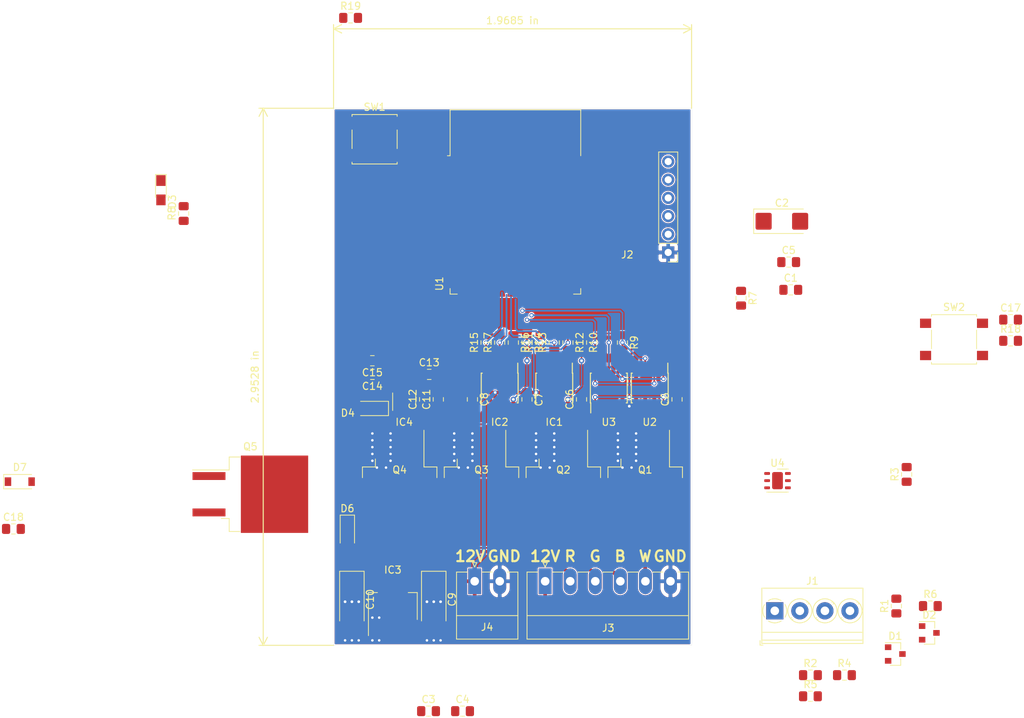
<source format=kicad_pcb>
(kicad_pcb (version 20171130) (host pcbnew "(5.1.4)-1")
  (title_block (title PCB) (date 2019-02-22) (company HuizePD) (comment 4 "Author: Sander Huisman"))
  (layers (0 F.Cu signal) (31 B.Cu signal) (34 B.Paste user) (35 F.Paste user) (36 B.SilkS user) (37 F.SilkS user) (38 B.Mask user) (39 F.Mask user) (44 Edge.Cuts user))
  (net 0 "")
  (net 1 GND)
  (net 2 +3V3)
  (net 3 "Net-(J2-Pad6)")
  (net 4 /MCU/RXD)
  (net 5 "Net-(J2-Pad2)")
  (net 6 /MCU/I2C1_SCL)
  (net 7 /MCU/I2C1_SDA)
  (net 8 +12V)
  (net 9 "/LED driver/LED_G")
  (net 10 "/LED driver/LED_R")
  (net 11 "/LED driver/LED_W")
  (net 12 "/LED driver/LED_B")
  (net 13 "Net-(C13-Pad1)")
  (net 14 VCOM)
  (net 15 "/LED driver/DRIVER_R")
  (net 16 "/LED driver/DRIVER_G")
  (net 17 "/LED driver/DRIVER_B")
  (net 18 "/LED driver/DRIVER_W")
  (net 19 "Net-(U1-Pad37)")
  (net 20 "Net-(U1-Pad32)")
  (net 21 "Net-(U1-Pad31)")
  (net 22 "Net-(U1-Pad30)")
  (net 23 "Net-(U1-Pad28)")
  (net 24 "Net-(U1-Pad27)")
  (net 25 "Net-(U1-Pad26)")
  (net 26 "Net-(U1-Pad24)")
  (net 27 "Net-(U1-Pad23)")
  (net 28 "Net-(U1-Pad22)")
  (net 29 "Net-(U1-Pad21)")
  (net 30 "Net-(U1-Pad20)")
  (net 31 "Net-(U1-Pad19)")
  (net 32 "Net-(U1-Pad18)")
  (net 33 "Net-(U1-Pad17)")
  (net 34 "Net-(U1-Pad14)")
  (net 35 "Net-(U1-Pad13)")
  (net 36 "Net-(U1-Pad12)")
  (net 37 "Net-(U1-Pad11)")
  (net 38 "Net-(U1-Pad10)")
  (net 39 "Net-(U1-Pad9)")
  (net 40 "Net-(U1-Pad8)")
  (net 41 "Net-(U1-Pad7)")
  (net 42 "Net-(U1-Pad6)")
  (net 43 "Net-(U1-Pad5)")
  (net 44 "Net-(U1-Pad4)")
  (net 45 /MCU/EN)
  (net 46 "Net-(C3-Pad1)")
  (net 47 "Net-(C4-Pad1)")
  (net 48 "Net-(C10-Pad1)")
  (net 49 "Net-(C11-Pad1)")
  (net 50 "Net-(D1-Pad3)")
  (net 51 "Net-(D2-Pad3)")
  (net 52 "Net-(D3-Pad2)")
  (net 53 "Net-(IC1-Pad8)")
  (net 54 "Net-(IC1-Pad7)")
  (net 55 "Net-(IC1-Pad5)")
  (net 56 "Net-(IC1-Pad1)")
  (net 57 "Net-(IC2-Pad1)")
  (net 58 "Net-(IC2-Pad5)")
  (net 59 "Net-(IC2-Pad7)")
  (net 60 "Net-(IC2-Pad8)")
  (net 61 "Net-(J1-Pad3)")
  (net 62 "Net-(J1-Pad2)")
  (net 63 "Net-(U3-Pad7)")
  (net 64 "Net-(U3-Pad6)")
  (net 65 "Net-(U3-Pad3)")
  (net 66 "Net-(U3-Pad2)")
  (net 67 /MCU/IO0)
  (net 68 /MCU/RXD0)
  (net 69 /MCU/I2C_SCL)
  (net 70 /MCU/I2C_SDA)
  (net 71 /MCU/IO13)
  (net 72 "Net-(R9-Pad2)")
  (net 73 "Net-(U1-Pad29)")
  (net 74 "Net-(C18-Pad1)")
  (net 75 "Net-(J4-Pad1)")
  (net 76 "Net-(U4-Pad6)")
  (net 77 "Net-(U4-Pad5)")
  (net 78 "Net-(U4-Pad4)")
  (net 79 "Net-(U4-Pad3)")
  (net 80 "Net-(U4-Pad2)")
  (net 81 "Net-(U4-Pad1)")
  (net 82 "Net-(U4-Pad7)")
  (module Package_DFN_QFN:DFN-6-1EP_3x3mm_P1mm_EP1.5x2.4mm (layer F.Cu) (at 262 152)
    (fp_text reference U4 (at 0 -2.45) (layer F.SilkS))
    (fp_text value Si7021-A20)
    (pad 6 smd roundrect (at 1.45 -1) (size 0.8 0.4) (layers F.Cu F.Paste F.Mask) (net 76 "Net-(U4-Pad6)"))
    (pad 5 smd roundrect (at 1.45 0) (size 0.8 0.4) (layers F.Cu F.Paste F.Mask) (net 77 "Net-(U4-Pad5)"))
    (pad 4 smd roundrect (at 1.45 1) (size 0.8 0.4) (layers F.Cu F.Paste F.Mask) (net 78 "Net-(U4-Pad4)"))
    (pad 3 smd roundrect (at -1.45 1) (size 0.8 0.4) (layers F.Cu F.Paste F.Mask) (net 79 "Net-(U4-Pad3)"))
    (pad 2 smd roundrect (at -1.45 0) (size 0.8 0.4) (layers F.Cu F.Paste F.Mask) (net 80 "Net-(U4-Pad2)"))
    (pad 1 smd roundrect (at -1.45 -1) (size 0.8 0.4) (layers F.Cu F.Paste F.Mask) (net 81 "Net-(U4-Pad1)"))
    (pad 7 smd roundrect (at 0 0) (size 1.5 2.4) (layers F.Cu F.Mask) (roundrect_rratio 0.166667) (net 82 "Net-(U4-Pad7)"))
  )
  (module Diode_SMD:D_SOD-123 (layer F.Cu) (at 156.186 152.14)
    (fp_text reference D7 (at 0 -2) (layer F.SilkS))
    (fp_text value MMSZ5240BT1G)
    (pad 2 smd rect (at 1.65 0) (size 0.9 1.2) (layers F.Cu F.Paste F.Mask) (net 74 "Net-(C18-Pad1)"))
    (pad 1 smd rect (at -1.65 0) (size 0.9 1.2) (layers F.Cu F.Paste F.Mask) (net 8 +12V))
  )
  (module Resistor_SMD:R_0805_2012Metric_Pad1.15x1.40mm_HandSolder (layer F.Cu) (at 202.383001 87.377001)
    (fp_text reference R19 (at 0 -1.65) (layer F.SilkS))
    (fp_text value 10K)
    (pad 2 smd roundrect (at 1.025 0) (size 1.15 1.4) (layers F.Cu F.Paste F.Mask) (roundrect_rratio 0.217391) (net 1 GND))
    (pad 1 smd roundrect (at -1.025 0) (size 1.15 1.4) (layers F.Cu F.Paste F.Mask) (roundrect_rratio 0.217391) (net 74 "Net-(C18-Pad1)"))
  )
  (module Capacitor_SMD:C_0805_2012Metric_Pad1.15x1.40mm_HandSolder (layer F.Cu) (at 155.296 158.744)
    (fp_text reference C18 (at 0 -1.65) (layer F.SilkS))
    (fp_text value 15nF)
    (pad 2 smd roundrect (at 1.025 0) (size 1.15 1.4) (layers F.Cu F.Paste F.Mask) (roundrect_rratio 0.217391) (net 1 GND))
    (pad 1 smd roundrect (at -1.025 0) (size 1.15 1.4) (layers F.Cu F.Paste F.Mask) (roundrect_rratio 0.217391) (net 74 "Net-(C18-Pad1)"))
  )
  (module Package_TO_SOT_SMD:TO-263-2 (layer F.Cu) (at 188.382 153.899)
    (fp_text reference Q5 (at 0 -6.65) (layer F.SilkS))
    (fp_text value IRF9540N)
    (pad 2 smd rect (at 3.375 0) (size 9.4 10.8) (layers F.Cu F.Mask) (net 75 "Net-(J4-Pad1)"))
    (pad 3 smd rect (at -5.775 2.54) (size 4.6 1.1) (layers F.Cu F.Paste F.Mask) (net 8 +12V))
    (pad 1 smd rect (at -5.775 -2.54) (size 4.6 1.1) (layers F.Cu F.Paste F.Mask) (net 74 "Net-(C18-Pad1)"))
  )
  (module Button_Switch_SMD:SW_SPST_B3S-1000 (layer F.Cu) (at 286.65364 132.27476)
    (fp_text reference SW2 (at 0 -4.5) (layer F.SilkS))
    (fp_text value SW_Push)
    (pad 2 smd rect (at 3.975 2.25) (size 1.55 1.3) (layers F.Cu F.Paste F.Mask) (net 1 GND))
    (pad 2 smd rect (at -3.975 2.25) (size 1.55 1.3) (layers F.Cu F.Paste F.Mask) (net 1 GND))
    (pad 1 smd rect (at 3.975 -2.25) (size 1.55 1.3) (layers F.Cu F.Paste F.Mask) (net 67 /MCU/IO0))
    (pad 1 smd rect (at -3.975 -2.25) (size 1.55 1.3) (layers F.Cu F.Paste F.Mask) (net 67 /MCU/IO0))
  )
  (module Resistor_SMD:R_0805_2012Metric_Pad1.15x1.40mm_HandSolder (layer F.Cu) (at 294.55364 132.47476)
    (fp_text reference R18 (at 0 -1.65) (layer F.SilkS))
    (fp_text value 10K)
    (pad 2 smd roundrect (at 1.025 0) (size 1.15 1.4) (layers F.Cu F.Paste F.Mask) (roundrect_rratio 0.217391) (net 67 /MCU/IO0))
    (pad 1 smd roundrect (at -1.025 0) (size 1.15 1.4) (layers F.Cu F.Paste F.Mask) (roundrect_rratio 0.217391) (net 2 +3V3))
  )
  (module Capacitor_SMD:C_0805_2012Metric_Pad1.15x1.40mm_HandSolder (layer F.Cu) (at 294.55364 129.52476)
    (fp_text reference C17 (at 0 -1.65) (layer F.SilkS))
    (fp_text value 100nF)
    (pad 2 smd roundrect (at 1.025 0) (size 1.15 1.4) (layers F.Cu F.Paste F.Mask) (roundrect_rratio 0.217391) (net 1 GND))
    (pad 1 smd roundrect (at -1.025 0) (size 1.15 1.4) (layers F.Cu F.Paste F.Mask) (roundrect_rratio 0.217391) (net 67 /MCU/IO0))
  )
  (module Resistor_SMD:R_0805_2012Metric_Pad1.15x1.40mm_HandSolder (layer F.Cu) (at 256.91084 126.52248 270)
    (fp_text reference R7 (at 0 -1.65 90) (layer F.SilkS))
    (fp_text value 10K)
    (pad 2 smd roundrect (at 1.025 0 270) (size 1.15 1.4) (layers F.Cu F.Paste F.Mask) (roundrect_rratio 0.217391) (net 45 /MCU/EN))
    (pad 1 smd roundrect (at -1.025 0 270) (size 1.15 1.4) (layers F.Cu F.Paste F.Mask) (roundrect_rratio 0.217391) (net 2 +3V3))
  )
  (module Capacitor_Tantalum_SMD:CP_EIA-6032-28_Kemet-C_Pad2.25x2.35mm_HandSolder (layer F.Cu) (at 262.6106 115.77828)
    (fp_text reference C2 (at 0 -2.55) (layer F.SilkS))
    (fp_text value 10uF)
    (pad 2 smd roundrect (at 2.55 0) (size 2.25 2.35) (layers F.Cu F.Paste F.Mask) (roundrect_rratio 0.111111) (net 1 GND))
    (pad 1 smd roundrect (at -2.55 0) (size 2.25 2.35) (layers F.Cu F.Paste F.Mask) (roundrect_rratio 0.111111) (net 2 +3V3))
  )
  (module Resistor_SMD:R_0805_2012Metric_Pad1.15x1.40mm_HandSolder (layer F.Cu) (at 240.3475 132.715 270)
    (fp_text reference R9 (at 0 -1.65 90) (layer F.SilkS))
    (fp_text value 10K)
    (pad 2 smd roundrect (at 1.025 0 270) (size 1.15 1.4) (layers F.Cu F.Paste F.Mask) (roundrect_rratio 0.217391) (net 72 "Net-(R9-Pad2)"))
    (pad 1 smd roundrect (at -1.025 0 270) (size 1.15 1.4) (layers F.Cu F.Paste F.Mask) (roundrect_rratio 0.217391) (net 2 +3V3))
  )
  (module Resistor_SMD:R_0805_2012Metric_Pad1.15x1.40mm_HandSolder (layer F.Cu) (at 223.2025 132.715 90)
    (fp_text reference R17 (at 0 -1.65 90) (layer F.SilkS))
    (fp_text value 10K)
    (pad 2 smd roundrect (at 1.025 0 90) (size 1.15 1.4) (layers F.Cu F.Paste F.Mask) (roundrect_rratio 0.217391) (net 1 GND))
    (pad 1 smd roundrect (at -1.025 0 90) (size 1.15 1.4) (layers F.Cu F.Paste F.Mask) (roundrect_rratio 0.217391) (net 12 "/LED driver/LED_B"))
  )
  (module Resistor_SMD:R_0805_2012Metric_Pad1.15x1.40mm_HandSolder (layer F.Cu) (at 221.2975 132.715 90)
    (fp_text reference R15 (at 0 -1.65 90) (layer F.SilkS))
    (fp_text value 10K)
    (pad 2 smd roundrect (at 1.025 0 90) (size 1.15 1.4) (layers F.Cu F.Paste F.Mask) (roundrect_rratio 0.217391) (net 1 GND))
    (pad 1 smd roundrect (at -1.025 0 90) (size 1.15 1.4) (layers F.Cu F.Paste F.Mask) (roundrect_rratio 0.217391) (net 11 "/LED driver/LED_W"))
  )
  (module Resistor_SMD:R_0805_2012Metric_Pad1.15x1.40mm_HandSolder (layer F.Cu) (at 225.1075 132.715 270)
    (fp_text reference R16 (at 0 -1.65 90) (layer F.SilkS))
    (fp_text value 10K)
    (pad 2 smd roundrect (at 1.025 0 270) (size 1.15 1.4) (layers F.Cu F.Paste F.Mask) (roundrect_rratio 0.217391) (net 57 "Net-(IC2-Pad1)"))
    (pad 1 smd roundrect (at -1.025 0 270) (size 1.15 1.4) (layers F.Cu F.Paste F.Mask) (roundrect_rratio 0.217391) (net 8 +12V))
  )
  (module Resistor_SMD:R_0805_2012Metric_Pad1.15x1.40mm_HandSolder (layer F.Cu) (at 227.0125 132.715 270)
    (fp_text reference R14 (at 0 -1.65 90) (layer F.SilkS))
    (fp_text value 10K)
    (pad 2 smd roundrect (at 1.025 0 270) (size 1.15 1.4) (layers F.Cu F.Paste F.Mask) (roundrect_rratio 0.217391) (net 60 "Net-(IC2-Pad8)"))
    (pad 1 smd roundrect (at -1.025 0 270) (size 1.15 1.4) (layers F.Cu F.Paste F.Mask) (roundrect_rratio 0.217391) (net 8 +12V))
  )
  (module Resistor_SMD:R_0805_2012Metric_Pad1.15x1.40mm_HandSolder (layer F.Cu) (at 230.8225 132.715 90)
    (fp_text reference R13 (at 0 -1.65 90) (layer F.SilkS))
    (fp_text value 10K)
    (pad 2 smd roundrect (at 1.025 0 90) (size 1.15 1.4) (layers F.Cu F.Paste F.Mask) (roundrect_rratio 0.217391) (net 1 GND))
    (pad 1 smd roundrect (at -1.025 0 90) (size 1.15 1.4) (layers F.Cu F.Paste F.Mask) (roundrect_rratio 0.217391) (net 10 "/LED driver/LED_R"))
  )
  (module Resistor_SMD:R_0805_2012Metric_Pad1.15x1.40mm_HandSolder (layer F.Cu) (at 232.7275 132.715 270)
    (fp_text reference R12 (at 0 -1.65 90) (layer F.SilkS))
    (fp_text value 10K)
    (pad 2 smd roundrect (at 1.025 0 270) (size 1.15 1.4) (layers F.Cu F.Paste F.Mask) (roundrect_rratio 0.217391) (net 56 "Net-(IC1-Pad1)"))
    (pad 1 smd roundrect (at -1.025 0 270) (size 1.15 1.4) (layers F.Cu F.Paste F.Mask) (roundrect_rratio 0.217391) (net 8 +12V))
  )
  (module Resistor_SMD:R_0805_2012Metric_Pad1.15x1.40mm_HandSolder (layer F.Cu) (at 228.9175 132.715 90)
    (fp_text reference R11 (at 0 -1.65 90) (layer F.SilkS))
    (fp_text value 10K)
    (pad 2 smd roundrect (at 1.025 0 90) (size 1.15 1.4) (layers F.Cu F.Paste F.Mask) (roundrect_rratio 0.217391) (net 1 GND))
    (pad 1 smd roundrect (at -1.025 0 90) (size 1.15 1.4) (layers F.Cu F.Paste F.Mask) (roundrect_rratio 0.217391) (net 9 "/LED driver/LED_G"))
  )
  (module Resistor_SMD:R_0805_2012Metric_Pad1.15x1.40mm_HandSolder (layer F.Cu) (at 234.6325 132.715 270)
    (fp_text reference R10 (at 0 -1.65 90) (layer F.SilkS))
    (fp_text value 10K)
    (pad 2 smd roundrect (at 1.025 0 270) (size 1.15 1.4) (layers F.Cu F.Paste F.Mask) (roundrect_rratio 0.217391) (net 53 "Net-(IC1-Pad8)"))
    (pad 1 smd roundrect (at -1.025 0 270) (size 1.15 1.4) (layers F.Cu F.Paste F.Mask) (roundrect_rratio 0.217391) (net 8 +12V))
  )
  (module Resistor_SMD:R_0805_2012Metric_Pad1.15x1.40mm_HandSolder (layer F.Cu) (at 179.07 114.6975 90)
    (fp_text reference R8 (at 0 -1.65 90) (layer F.SilkS))
    (fp_text value 1K)
    (pad 2 smd roundrect (at 1.025 0 90) (size 1.15 1.4) (layers F.Cu F.Paste F.Mask) (roundrect_rratio 0.217391) (net 52 "Net-(D3-Pad2)"))
    (pad 1 smd roundrect (at -1.025 0 90) (size 1.15 1.4) (layers F.Cu F.Paste F.Mask) (roundrect_rratio 0.217391) (net 71 /MCU/IO13))
  )
  (module Capacitor_SMD:C_0805_2012Metric_Pad1.15x1.40mm_HandSolder (layer F.Cu) (at 218.01602 184.19064)
    (fp_text reference C4 (at 0 -1.65) (layer F.SilkS))
    (fp_text value 100nF)
    (pad 2 smd roundrect (at 1.025 0) (size 1.15 1.4) (layers F.Cu F.Paste F.Mask) (roundrect_rratio 0.217391) (net 1 GND))
    (pad 1 smd roundrect (at -1.025 0) (size 1.15 1.4) (layers F.Cu F.Paste F.Mask) (roundrect_rratio 0.217391) (net 47 "Net-(C4-Pad1)"))
  )
  (module Capacitor_SMD:C_0805_2012Metric_Pad1.15x1.40mm_HandSolder (layer F.Cu) (at 213.26602 184.19064)
    (fp_text reference C3 (at 0 -1.65) (layer F.SilkS))
    (fp_text value 100nF)
    (pad 2 smd roundrect (at 1.025 0) (size 1.15 1.4) (layers F.Cu F.Paste F.Mask) (roundrect_rratio 0.217391) (net 1 GND))
    (pad 1 smd roundrect (at -1.025 0) (size 1.15 1.4) (layers F.Cu F.Paste F.Mask) (roundrect_rratio 0.217391) (net 46 "Net-(C3-Pad1)"))
  )
  (module Capacitor_SMD:C_0805_2012Metric_Pad1.15x1.40mm_HandSolder (layer F.Cu) (at 205.4225 135.255 180)
    (fp_text reference C15 (at 0 -1.65) (layer F.SilkS))
    (fp_text value 100nF)
    (pad 2 smd roundrect (at 1.025 0 180) (size 1.15 1.4) (layers F.Cu F.Paste F.Mask) (roundrect_rratio 0.217391) (net 1 GND))
    (pad 1 smd roundrect (at -1.025 0 180) (size 1.15 1.4) (layers F.Cu F.Paste F.Mask) (roundrect_rratio 0.217391) (net 2 +3V3))
  )
  (module Capacitor_SMD:C_0805_2012Metric_Pad1.15x1.40mm_HandSolder (layer F.Cu) (at 205.4225 137.16 180)
    (fp_text reference C14 (at 0 -1.65) (layer F.SilkS))
    (fp_text value "1uF X5R")
    (pad 2 smd roundrect (at 1.025 0 180) (size 1.15 1.4) (layers F.Cu F.Paste F.Mask) (roundrect_rratio 0.217391) (net 1 GND))
    (pad 1 smd roundrect (at -1.025 0 180) (size 1.15 1.4) (layers F.Cu F.Paste F.Mask) (roundrect_rratio 0.217391) (net 2 +3V3))
  )
  (module Capacitor_SMD:C_0805_2012Metric_Pad1.15x1.40mm_HandSolder (layer F.Cu) (at 213.36 137.16)
    (fp_text reference C13 (at 0 -1.65) (layer F.SilkS))
    (fp_text value "10nF X7R")
    (pad 2 smd roundrect (at 1.025 0) (size 1.15 1.4) (layers F.Cu F.Paste F.Mask) (roundrect_rratio 0.217391) (net 1 GND))
    (pad 1 smd roundrect (at -1.025 0) (size 1.15 1.4) (layers F.Cu F.Paste F.Mask) (roundrect_rratio 0.217391) (net 13 "Net-(C13-Pad1)"))
  )
  (module Capacitor_SMD:C_0805_2012Metric_Pad1.15x1.40mm_HandSolder (layer F.Cu) (at 212.725 140.6525 90)
    (fp_text reference C12 (at 0 -1.65 90) (layer F.SilkS))
    (fp_text value 100nF)
    (pad 2 smd roundrect (at 1.025 0 90) (size 1.15 1.4) (layers F.Cu F.Paste F.Mask) (roundrect_rratio 0.217391) (net 1 GND))
    (pad 1 smd roundrect (at -1.025 0 90) (size 1.15 1.4) (layers F.Cu F.Paste F.Mask) (roundrect_rratio 0.217391) (net 49 "Net-(C11-Pad1)"))
  )
  (module Capacitor_SMD:C_0805_2012Metric_Pad1.15x1.40mm_HandSolder (layer F.Cu) (at 214.63 140.6525 90)
    (fp_text reference C11 (at 0 -1.65 90) (layer F.SilkS))
    (fp_text value "1uF X5R")
    (pad 2 smd roundrect (at 1.025 0 90) (size 1.15 1.4) (layers F.Cu F.Paste F.Mask) (roundrect_rratio 0.217391) (net 1 GND))
    (pad 1 smd roundrect (at -1.025 0 90) (size 1.15 1.4) (layers F.Cu F.Paste F.Mask) (roundrect_rratio 0.217391) (net 49 "Net-(C11-Pad1)"))
  )
  (module Capacitor_Tantalum_SMD:CP_EIA-6032-28_Kemet-C_Pad2.25x2.35mm_HandSolder (layer F.Cu) (at 202.565 168.5925 270)
    (fp_text reference C10 (at 0 -2.55 90) (layer F.SilkS))
    (fp_text value 10uF)
    (pad 2 smd roundrect (at 2.55 0 270) (size 2.25 2.35) (layers F.Cu F.Paste F.Mask) (roundrect_rratio 0.111111) (net 1 GND))
    (pad 1 smd roundrect (at -2.55 0 270) (size 2.25 2.35) (layers F.Cu F.Paste F.Mask) (roundrect_rratio 0.111111) (net 48 "Net-(C10-Pad1)"))
  )
  (module Capacitor_Tantalum_SMD:CP_EIA-6032-28_Kemet-C_Pad2.25x2.35mm_HandSolder (layer F.Cu) (at 213.995 168.5925 270)
    (fp_text reference C9 (at 0 -2.55 90) (layer F.SilkS))
    (fp_text value 10uF)
    (pad 2 smd roundrect (at 2.55 0 270) (size 2.25 2.35) (layers F.Cu F.Paste F.Mask) (roundrect_rratio 0.111111) (net 1 GND))
    (pad 1 smd roundrect (at -2.55 0 270) (size 2.25 2.35) (layers F.Cu F.Paste F.Mask) (roundrect_rratio 0.111111) (net 8 +12V))
  )
  (module Capacitor_SMD:C_0805_2012Metric_Pad1.15x1.40mm_HandSolder (layer F.Cu) (at 219.3925 140.6525 270)
    (fp_text reference C8 (at 0 -1.65 90) (layer F.SilkS))
    (fp_text value "1uF X7R")
    (pad 2 smd roundrect (at 1.025 0 270) (size 1.15 1.4) (layers F.Cu F.Paste F.Mask) (roundrect_rratio 0.217391) (net 1 GND))
    (pad 1 smd roundrect (at -1.025 0 270) (size 1.15 1.4) (layers F.Cu F.Paste F.Mask) (roundrect_rratio 0.217391) (net 8 +12V))
  )
  (module Capacitor_SMD:C_0805_2012Metric_Pad1.15x1.40mm_HandSolder (layer F.Cu) (at 227.0125 140.6525 270)
    (fp_text reference C7 (at 0 -1.65 90) (layer F.SilkS))
    (fp_text value "1uF X7R")
    (pad 2 smd roundrect (at 1.025 0 270) (size 1.15 1.4) (layers F.Cu F.Paste F.Mask) (roundrect_rratio 0.217391) (net 1 GND))
    (pad 1 smd roundrect (at -1.025 0 270) (size 1.15 1.4) (layers F.Cu F.Paste F.Mask) (roundrect_rratio 0.217391) (net 8 +12V))
  )
  (module Capacitor_SMD:C_0805_2012Metric_Pad1.15x1.40mm_HandSolder (layer F.Cu) (at 247.9675 140.6525 90)
    (fp_text reference C6 (at 0 -1.65 90) (layer F.SilkS))
    (fp_text value 100nF)
    (pad 2 smd roundrect (at 1.025 0 90) (size 1.15 1.4) (layers F.Cu F.Paste F.Mask) (roundrect_rratio 0.217391) (net 1 GND))
    (pad 1 smd roundrect (at -1.025 0 90) (size 1.15 1.4) (layers F.Cu F.Paste F.Mask) (roundrect_rratio 0.217391) (net 2 +3V3))
  )
  (module Capacitor_SMD:C_0805_2012Metric_Pad1.15x1.40mm_HandSolder (layer F.Cu) (at 263.56056 121.48058)
    (fp_text reference C5 (at 0 -1.65) (layer F.SilkS))
    (fp_text value 100nF)
    (pad 2 smd roundrect (at 1.025 0) (size 1.15 1.4) (layers F.Cu F.Paste F.Mask) (roundrect_rratio 0.217391) (net 1 GND))
    (pad 1 smd roundrect (at -1.025 0) (size 1.15 1.4) (layers F.Cu F.Paste F.Mask) (roundrect_rratio 0.217391) (net 45 /MCU/EN))
  )
  (module Capacitor_SMD:C_0805_2012Metric_Pad1.15x1.40mm_HandSolder (layer F.Cu) (at 263.85266 125.35408)
    (fp_text reference C1 (at 0 -1.65) (layer F.SilkS))
    (fp_text value 100nF)
    (pad 2 smd roundrect (at 1.025 0) (size 1.15 1.4) (layers F.Cu F.Paste F.Mask) (roundrect_rratio 0.217391) (net 1 GND))
    (pad 1 smd roundrect (at -1.025 0) (size 1.15 1.4) (layers F.Cu F.Paste F.Mask) (roundrect_rratio 0.217391) (net 2 +3V3))
  )
  (module Capacitor_SMD:C_0805_2012Metric_Pad1.15x1.40mm_HandSolder (layer F.Cu) (at 234.6325 140.6525 90)
    (fp_text reference C16 (at 0 -1.65 90) (layer F.SilkS))
    (fp_text value 100nF)
    (pad 2 smd roundrect (at 1.025 0 90) (size 1.15 1.4) (layers F.Cu F.Paste F.Mask) (roundrect_rratio 0.217391) (net 1 GND))
    (pad 1 smd roundrect (at -1.025 0 90) (size 1.15 1.4) (layers F.Cu F.Paste F.Mask) (roundrect_rratio 0.217391) (net 2 +3V3))
  )
  (module RF_Module:ESP32-WROOM-32 (layer F.Cu) (at 225.4 116.072)
    (fp_text reference U1 (at -10.61 8.43 90) (layer F.SilkS))
    (fp_text value ESP32-WROOM-32D)
    (pad 38 smd rect (at 8.5 -8.255) (size 2 0.9) (layers F.Cu F.Paste F.Mask) (net 1 GND))
    (pad 37 smd rect (at 8.5 -6.985) (size 2 0.9) (layers F.Cu F.Paste F.Mask) (net 19 "Net-(U1-Pad37)"))
    (pad 36 smd rect (at 8.5 -5.715) (size 2 0.9) (layers F.Cu F.Paste F.Mask) (net 69 /MCU/I2C_SCL))
    (pad 35 smd rect (at 8.5 -4.445) (size 2 0.9) (layers F.Cu F.Paste F.Mask) (net 4 /MCU/RXD))
    (pad 34 smd rect (at 8.5 -3.175) (size 2 0.9) (layers F.Cu F.Paste F.Mask) (net 68 /MCU/RXD0))
    (pad 33 smd rect (at 8.5 -1.905) (size 2 0.9) (layers F.Cu F.Paste F.Mask) (net 70 /MCU/I2C_SDA))
    (pad 32 smd rect (at 8.5 -0.635) (size 2 0.9) (layers F.Cu F.Paste F.Mask) (net 20 "Net-(U1-Pad32)"))
    (pad 31 smd rect (at 8.5 0.635) (size 2 0.9) (layers F.Cu F.Paste F.Mask) (net 21 "Net-(U1-Pad31)"))
    (pad 30 smd rect (at 8.5 1.905) (size 2 0.9) (layers F.Cu F.Paste F.Mask) (net 22 "Net-(U1-Pad30)"))
    (pad 29 smd rect (at 8.5 3.175) (size 2 0.9) (layers F.Cu F.Paste F.Mask) (net 73 "Net-(U1-Pad29)"))
    (pad 28 smd rect (at 8.5 4.445) (size 2 0.9) (layers F.Cu F.Paste F.Mask) (net 23 "Net-(U1-Pad28)"))
    (pad 27 smd rect (at 8.5 5.715) (size 2 0.9) (layers F.Cu F.Paste F.Mask) (net 24 "Net-(U1-Pad27)"))
    (pad 26 smd rect (at 8.5 6.985) (size 2 0.9) (layers F.Cu F.Paste F.Mask) (net 25 "Net-(U1-Pad26)"))
    (pad 25 smd rect (at 8.5 8.255) (size 2 0.9) (layers F.Cu F.Paste F.Mask) (net 67 /MCU/IO0))
    (pad 24 smd rect (at 5.715 9.255 90) (size 2 0.9) (layers F.Cu F.Paste F.Mask) (net 26 "Net-(U1-Pad24)"))
    (pad 23 smd rect (at 4.445 9.255 90) (size 2 0.9) (layers F.Cu F.Paste F.Mask) (net 27 "Net-(U1-Pad23)"))
    (pad 22 smd rect (at 3.175 9.255 90) (size 2 0.9) (layers F.Cu F.Paste F.Mask) (net 28 "Net-(U1-Pad22)"))
    (pad 21 smd rect (at 1.905 9.255 90) (size 2 0.9) (layers F.Cu F.Paste F.Mask) (net 29 "Net-(U1-Pad21)"))
    (pad 20 smd rect (at 0.635 9.255 90) (size 2 0.9) (layers F.Cu F.Paste F.Mask) (net 30 "Net-(U1-Pad20)"))
    (pad 19 smd rect (at -0.635 9.255 90) (size 2 0.9) (layers F.Cu F.Paste F.Mask) (net 31 "Net-(U1-Pad19)"))
    (pad 18 smd rect (at -1.905 9.255 90) (size 2 0.9) (layers F.Cu F.Paste F.Mask) (net 32 "Net-(U1-Pad18)"))
    (pad 17 smd rect (at -3.175 9.255 90) (size 2 0.9) (layers F.Cu F.Paste F.Mask) (net 33 "Net-(U1-Pad17)"))
    (pad 16 smd rect (at -4.445 9.255 90) (size 2 0.9) (layers F.Cu F.Paste F.Mask) (net 71 /MCU/IO13))
    (pad 15 smd rect (at -5.715 9.255 90) (size 2 0.9) (layers F.Cu F.Paste F.Mask) (net 1 GND))
    (pad 14 smd rect (at -8.5 8.255) (size 2 0.9) (layers F.Cu F.Paste F.Mask) (net 34 "Net-(U1-Pad14)"))
    (pad 13 smd rect (at -8.5 6.985) (size 2 0.9) (layers F.Cu F.Paste F.Mask) (net 35 "Net-(U1-Pad13)"))
    (pad 12 smd rect (at -8.5 5.715) (size 2 0.9) (layers F.Cu F.Paste F.Mask) (net 36 "Net-(U1-Pad12)"))
    (pad 11 smd rect (at -8.5 4.445) (size 2 0.9) (layers F.Cu F.Paste F.Mask) (net 37 "Net-(U1-Pad11)"))
    (pad 10 smd rect (at -8.5 3.175) (size 2 0.9) (layers F.Cu F.Paste F.Mask) (net 38 "Net-(U1-Pad10)"))
    (pad 9 smd rect (at -8.5 1.905) (size 2 0.9) (layers F.Cu F.Paste F.Mask) (net 39 "Net-(U1-Pad9)"))
    (pad 8 smd rect (at -8.5 0.635) (size 2 0.9) (layers F.Cu F.Paste F.Mask) (net 40 "Net-(U1-Pad8)"))
    (pad 7 smd rect (at -8.5 -0.635) (size 2 0.9) (layers F.Cu F.Paste F.Mask) (net 41 "Net-(U1-Pad7)"))
    (pad 6 smd rect (at -8.5 -1.905) (size 2 0.9) (layers F.Cu F.Paste F.Mask) (net 42 "Net-(U1-Pad6)"))
    (pad 5 smd rect (at -8.5 -3.175) (size 2 0.9) (layers F.Cu F.Paste F.Mask) (net 43 "Net-(U1-Pad5)"))
    (pad 4 smd rect (at -8.5 -4.445) (size 2 0.9) (layers F.Cu F.Paste F.Mask) (net 44 "Net-(U1-Pad4)"))
    (pad 3 smd rect (at -8.5 -5.715) (size 2 0.9) (layers F.Cu F.Paste F.Mask) (net 45 /MCU/EN))
    (pad 2 smd rect (at -8.5 -6.985) (size 2 0.9) (layers F.Cu F.Paste F.Mask) (net 2 +3V3))
    (pad 1 smd rect (at -8.5 -8.255) (size 2 0.9) (layers F.Cu F.Paste F.Mask) (net 1 GND))
    (pad 39 smd rect (at -1 -0.755) (size 5 5) (layers F.Cu F.Paste F.Mask) (net 1 GND))
  )
  (module Button_Switch_SMD:SW_SPST_B3S-1000 (layer F.Cu) (at 205.73492 104.32796)
    (fp_text reference SW1 (at 0 -4.5) (layer F.SilkS))
    (fp_text value SW_Push)
    (pad 2 smd rect (at 3.975 2.25) (size 1.55 1.3) (layers F.Cu F.Paste F.Mask) (net 1 GND))
    (pad 2 smd rect (at -3.975 2.25) (size 1.55 1.3) (layers F.Cu F.Paste F.Mask) (net 1 GND))
    (pad 1 smd rect (at 3.975 -2.25) (size 1.55 1.3) (layers F.Cu F.Paste F.Mask) (net 45 /MCU/EN))
    (pad 1 smd rect (at -3.975 -2.25) (size 1.55 1.3) (layers F.Cu F.Paste F.Mask) (net 45 /MCU/EN))
  )
  (module Resistor_SMD:R_0805_2012Metric_Pad1.15x1.40mm_HandSolder (layer F.Cu) (at 283.3475 169.5125)
    (fp_text reference R6 (at 0 -1.65) (layer F.SilkS))
    (fp_text value 10K)
    (pad 2 smd roundrect (at 1.025 0) (size 1.15 1.4) (layers F.Cu F.Paste F.Mask) (roundrect_rratio 0.217391) (net 2 +3V3))
    (pad 1 smd roundrect (at -1.025 0) (size 1.15 1.4) (layers F.Cu F.Paste F.Mask) (roundrect_rratio 0.217391) (net 47 "Net-(C4-Pad1)"))
  )
  (module Resistor_SMD:R_0805_2012Metric_Pad1.15x1.40mm_HandSolder (layer F.Cu) (at 266.5975 182.1125)
    (fp_text reference R5 (at 0 -1.65) (layer F.SilkS))
    (fp_text value 1K)
    (pad 2 smd roundrect (at 1.025 0) (size 1.15 1.4) (layers F.Cu F.Paste F.Mask) (roundrect_rratio 0.217391) (net 51 "Net-(D2-Pad3)"))
    (pad 1 smd roundrect (at -1.025 0) (size 1.15 1.4) (layers F.Cu F.Paste F.Mask) (roundrect_rratio 0.217391) (net 47 "Net-(C4-Pad1)"))
  )
  (module Resistor_SMD:R_0805_2012Metric_Pad1.15x1.40mm_HandSolder (layer F.Cu) (at 271.3475 179.1625)
    (fp_text reference R4 (at 0 -1.65) (layer F.SilkS))
    (fp_text value 10R)
    (pad 2 smd roundrect (at 1.025 0) (size 1.15 1.4) (layers F.Cu F.Paste F.Mask) (roundrect_rratio 0.217391) (net 61 "Net-(J1-Pad3)"))
    (pad 1 smd roundrect (at -1.025 0) (size 1.15 1.4) (layers F.Cu F.Paste F.Mask) (roundrect_rratio 0.217391) (net 51 "Net-(D2-Pad3)"))
  )
  (module Resistor_SMD:R_0805_2012Metric_Pad1.15x1.40mm_HandSolder (layer F.Cu) (at 280.035 151.13 90)
    (fp_text reference R3 (at 0 -1.65 90) (layer F.SilkS))
    (fp_text value 10K)
    (pad 2 smd roundrect (at 1.025 0 90) (size 1.15 1.4) (layers F.Cu F.Paste F.Mask) (roundrect_rratio 0.217391) (net 2 +3V3))
    (pad 1 smd roundrect (at -1.025 0 90) (size 1.15 1.4) (layers F.Cu F.Paste F.Mask) (roundrect_rratio 0.217391) (net 46 "Net-(C3-Pad1)"))
  )
  (module Resistor_SMD:R_0805_2012Metric_Pad1.15x1.40mm_HandSolder (layer F.Cu) (at 266.5975 179.1625)
    (fp_text reference R2 (at 0 -1.65) (layer F.SilkS))
    (fp_text value 1K)
    (pad 2 smd roundrect (at 1.025 0) (size 1.15 1.4) (layers F.Cu F.Paste F.Mask) (roundrect_rratio 0.217391) (net 50 "Net-(D1-Pad3)"))
    (pad 1 smd roundrect (at -1.025 0) (size 1.15 1.4) (layers F.Cu F.Paste F.Mask) (roundrect_rratio 0.217391) (net 46 "Net-(C3-Pad1)"))
  )
  (module Resistor_SMD:R_0805_2012Metric_Pad1.15x1.40mm_HandSolder (layer F.Cu) (at 278.5975 169.5125 90)
    (fp_text reference R1 (at 0 -1.65 90) (layer F.SilkS))
    (fp_text value 10R)
    (pad 2 smd roundrect (at 1.025 0 90) (size 1.15 1.4) (layers F.Cu F.Paste F.Mask) (roundrect_rratio 0.217391) (net 62 "Net-(J1-Pad2)"))
    (pad 1 smd roundrect (at -1.025 0 90) (size 1.15 1.4) (layers F.Cu F.Paste F.Mask) (roundrect_rratio 0.217391) (net 50 "Net-(D1-Pad3)"))
  )
  (module TerminalBlock_Phoenix:TerminalBlock_Phoenix_PT-1,5-4-3.5-H_1x04_P3.50mm_Horizontal (layer F.Cu) (at 261.62 170.18)
    (fp_text reference J1 (at 5.25 -4.16) (layer F.SilkS))
    (fp_text value Screw_Terminal_01x04)
    (pad 4 thru_hole circle (at 10.5 0) (size 2.4 2.4) (drill 1.2) (layers *.Cu *.Mask) (net 1 GND))
    (pad 3 thru_hole circle (at 7 0) (size 2.4 2.4) (drill 1.2) (layers *.Cu *.Mask) (net 61 "Net-(J1-Pad3)"))
    (pad 2 thru_hole circle (at 3.5 0) (size 2.4 2.4) (drill 1.2) (layers *.Cu *.Mask) (net 62 "Net-(J1-Pad2)"))
    (pad 1 thru_hole rect (at 0 0) (size 2.4 2.4) (drill 1.2) (layers *.Cu *.Mask) (net 2 +3V3))
  )
  (module Package_TO_SOT_SMD:SOT-23 (layer F.Cu) (at 283.1975 173.2625)
    (fp_text reference D2 (at 0 -2.5) (layer F.SilkS))
    (fp_text value BAT54S)
    (pad 3 smd rect (at 1 0) (size 0.9 0.8) (layers F.Cu F.Paste F.Mask) (net 51 "Net-(D2-Pad3)"))
    (pad 2 smd rect (at -1 0.95) (size 0.9 0.8) (layers F.Cu F.Paste F.Mask) (net 1 GND))
    (pad 1 smd rect (at -1 -0.95) (size 0.9 0.8) (layers F.Cu F.Paste F.Mask) (net 2 +3V3))
  )
  (module Package_TO_SOT_SMD:SOT-23 (layer F.Cu) (at 278.4475 176.2125)
    (fp_text reference D1 (at 0 -2.5) (layer F.SilkS))
    (fp_text value BAT54S)
    (pad 3 smd rect (at 1 0) (size 0.9 0.8) (layers F.Cu F.Paste F.Mask) (net 50 "Net-(D1-Pad3)"))
    (pad 2 smd rect (at -1 0.95) (size 0.9 0.8) (layers F.Cu F.Paste F.Mask) (net 1 GND))
    (pad 1 smd rect (at -1 -0.95) (size 0.9 0.8) (layers F.Cu F.Paste F.Mask) (net 2 +3V3))
  )
  (module TO_SOT_Packages_SMD:SOT-223-3_TabPin2 (layer F.Cu) (at 208.28 169.545 90)
    (fp_text reference IC3 (at 5.08 0 180) (layer F.SilkS))
    (fp_text value LD1117S50TR_SOT223)
    (pad 1 smd rect (at -3.15 -2.3 90) (size 2 1.5) (layers F.Cu F.Paste F.Mask) (net 1 GND))
    (pad 3 smd rect (at -3.15 2.3 90) (size 2 1.5) (layers F.Cu F.Paste F.Mask) (net 8 +12V))
    (pad 2 smd rect (at -3.15 0 90) (size 2 1.5) (layers F.Cu F.Paste F.Mask) (net 48 "Net-(C10-Pad1)"))
    (pad 2 smd rect (at 3.15 0 90) (size 2 3.8) (layers F.Cu F.Paste F.Mask) (net 48 "Net-(C10-Pad1)"))
  )
  (module Housings_SOIC:SOIC-8_3.9x4.9mm_Pitch1.27mm (layer F.Cu) (at 238.4425 139.065 90)
    (fp_text reference U3 (at -4.7625 0 -180) (layer F.SilkS))
    (fp_text value TSL2550D)
    (pad 8 smd rect (at 2.7 -1.905 90) (size 1.55 0.6) (layers F.Cu F.Paste F.Mask) (net 6 /MCU/I2C1_SCL))
    (pad 7 smd rect (at 2.7 -0.635 90) (size 1.55 0.6) (layers F.Cu F.Paste F.Mask) (net 63 "Net-(U3-Pad7)"))
    (pad 6 smd rect (at 2.7 0.635 90) (size 1.55 0.6) (layers F.Cu F.Paste F.Mask) (net 64 "Net-(U3-Pad6)"))
    (pad 5 smd rect (at 2.7 1.905 90) (size 1.55 0.6) (layers F.Cu F.Paste F.Mask) (net 7 /MCU/I2C1_SDA))
    (pad 4 smd rect (at -2.7 1.905 90) (size 1.55 0.6) (layers F.Cu F.Paste F.Mask) (net 1 GND))
    (pad 3 smd rect (at -2.7 0.635 90) (size 1.55 0.6) (layers F.Cu F.Paste F.Mask) (net 65 "Net-(U3-Pad3)"))
    (pad 2 smd rect (at -2.7 -0.635 90) (size 1.55 0.6) (layers F.Cu F.Paste F.Mask) (net 66 "Net-(U3-Pad2)"))
    (pad 1 smd rect (at -2.7 -1.905 90) (size 1.55 0.6) (layers F.Cu F.Paste F.Mask) (net 2 +3V3))
  )
  (module Package_SO:SOIC-8_3.9x4.9mm_P1.27mm (layer F.Cu) (at 244.1575 139.065 270)
    (fp_text reference U2 (at 4.7625 0) (layer F.SilkS))
    (fp_text value LM75B)
    (pad 1 smd rect (at -2.7 -1.905 270) (size 1.55 0.6) (layers F.Cu F.Paste F.Mask) (net 7 /MCU/I2C1_SDA))
    (pad 2 smd rect (at -2.7 -0.635 270) (size 1.55 0.6) (layers F.Cu F.Paste F.Mask) (net 6 /MCU/I2C1_SCL))
    (pad 3 smd rect (at -2.7 0.635 270) (size 1.55 0.6) (layers F.Cu F.Paste F.Mask) (net 72 "Net-(R9-Pad2)"))
    (pad 4 smd rect (at -2.7 1.905 270) (size 1.55 0.6) (layers F.Cu F.Paste F.Mask) (net 1 GND))
    (pad 5 smd rect (at 2.7 1.905 270) (size 1.55 0.6) (layers F.Cu F.Paste F.Mask) (net 1 GND))
    (pad 6 smd rect (at 2.7 0.635 270) (size 1.55 0.6) (layers F.Cu F.Paste F.Mask) (net 1 GND))
    (pad 7 smd rect (at 2.7 -0.635 270) (size 1.55 0.6) (layers F.Cu F.Paste F.Mask) (net 1 GND))
    (pad 8 smd rect (at 2.7 -1.905 270) (size 1.55 0.6) (layers F.Cu F.Paste F.Mask) (net 2 +3V3))
  )
  (module Diodes_SMD:D_SOD-123 (layer F.Cu) (at 205.4225 141.9225 180)
    (fp_text reference D4 (at 3.429 -0.635 180) (layer F.SilkS))
    (fp_text value MBR0520)
    (pad 2 smd rect (at 1.65 0 180) (size 0.9 1.2) (layers F.Cu F.Paste F.Mask) (net 14 VCOM))
    (pad 1 smd rect (at -1.65 0 180) (size 0.9 1.2) (layers F.Cu F.Paste F.Mask) (net 49 "Net-(C11-Pad1)"))
  )
  (module Diodes_SMD:D_SOD-123 (layer F.Cu) (at 201.93 159.0675 270)
    (fp_text reference D6 (at -3.175 0) (layer F.SilkS))
    (fp_text value MBR0520)
    (pad 1 smd rect (at -1.65 0 270) (size 0.9 1.2) (layers F.Cu F.Paste F.Mask) (net 49 "Net-(C11-Pad1)"))
    (pad 2 smd rect (at 1.65 0 270) (size 0.9 1.2) (layers F.Cu F.Paste F.Mask) (net 48 "Net-(C10-Pad1)"))
  )
  (module Connectors_Phoenix:PhoenixContact_MC-G_06x3.50mm_Angled (layer F.Cu) (at 229.5525 166.0525)
    (fp_text reference J3 (at 8.8115 6.5335) (layer F.SilkS))
    (fp_text value Screw_Terminal_01x06)
    (pad 6 thru_hole oval (at 17.5 0) (size 1.8 3.6) (drill 1.2) (layers *.Cu *.Mask) (net 1 GND))
    (pad 5 thru_hole oval (at 14 0) (size 1.8 3.6) (drill 1.2) (layers *.Cu *.Mask) (net 15 "/LED driver/DRIVER_R"))
    (pad 4 thru_hole oval (at 10.5 0) (size 1.8 3.6) (drill 1.2) (layers *.Cu *.Mask) (net 16 "/LED driver/DRIVER_G"))
    (pad 3 thru_hole oval (at 7 0) (size 1.8 3.6) (drill 1.2) (layers *.Cu *.Mask) (net 17 "/LED driver/DRIVER_B"))
    (pad 2 thru_hole oval (at 3.5 0) (size 1.8 3.6) (drill 1.2) (layers *.Cu *.Mask) (net 18 "/LED driver/DRIVER_W"))
    (pad 1 thru_hole rect (at 0 0) (size 1.8 3.6) (drill 1.2) (layers *.Cu *.Mask) (net 8 +12V))
  )
  (module Pin_Headers:Pin_Header_Straight_1x06_Pitch2.54mm (layer F.Cu) (at 246.736 120.136 180)
    (fp_text reference J2 (at 5.715 -0.3175 180) (layer F.SilkS))
    (fp_text value COM)
    (pad 6 thru_hole oval (at 0 12.7 180) (size 1.7 1.7) (drill 1) (layers *.Cu *.Mask) (net 3 "Net-(J2-Pad6)"))
    (pad 5 thru_hole oval (at 0 10.16 180) (size 1.7 1.7) (drill 1) (layers *.Cu *.Mask) (net 4 /MCU/RXD))
    (pad 4 thru_hole oval (at 0 7.62 180) (size 1.7 1.7) (drill 1) (layers *.Cu *.Mask) (net 68 /MCU/RXD0))
    (pad 3 thru_hole oval (at 0 5.08 180) (size 1.7 1.7) (drill 1) (layers *.Cu *.Mask) (net 14 VCOM))
    (pad 2 thru_hole oval (at 0 2.54 180) (size 1.7 1.7) (drill 1) (layers *.Cu *.Mask) (net 5 "Net-(J2-Pad2)"))
    (pad 1 thru_hole rect (at 0 0 180) (size 1.7 1.7) (drill 1) (layers *.Cu *.Mask) (net 1 GND))
  )
  (module Connectors_Phoenix:PhoenixContact_MC-G_02x3.50mm_Angled (layer F.Cu) (at 219.71 166.0525)
    (fp_text reference J4 (at 1.734 6.4065) (layer F.SilkS))
    (fp_text value Screw_Terminal_01x02)
    (pad 2 thru_hole oval (at 3.5 0) (size 1.8 3.6) (drill 1.2) (layers *.Cu *.Mask) (net 1 GND))
    (pad 1 thru_hole rect (at 0 0) (size 1.8 3.6) (drill 1.2) (layers *.Cu *.Mask) (net 75 "Net-(J4-Pad1)"))
  )
  (module TO_SOT_Packages_SMD:SOT-23-5_HandSoldering (layer F.Cu) (at 209.8675 140.6525 90)
    (fp_text reference IC4 (at -3.175 0 180) (layer F.SilkS))
    (fp_text value LD3985M33R_SOT23)
    (pad 5 smd rect (at 1.35 -0.95 90) (size 1.56 0.65) (layers F.Cu F.Paste F.Mask) (net 2 +3V3))
    (pad 4 smd rect (at 1.35 0.95 90) (size 1.56 0.65) (layers F.Cu F.Paste F.Mask) (net 13 "Net-(C13-Pad1)"))
    (pad 3 smd rect (at -1.35 0.95 90) (size 1.56 0.65) (layers F.Cu F.Paste F.Mask) (net 49 "Net-(C11-Pad1)"))
    (pad 2 smd rect (at -1.35 0 90) (size 1.56 0.65) (layers F.Cu F.Paste F.Mask) (net 1 GND))
    (pad 1 smd rect (at -1.35 -0.95 90) (size 1.56 0.65) (layers F.Cu F.Paste F.Mask) (net 49 "Net-(C11-Pad1)"))
  )
  (module Housings_SOIC:SOIC-8_3.9x4.9mm_Pitch1.27mm (layer F.Cu) (at 223.2025 139.065 270)
    (fp_text reference IC2 (at 4.7625 0) (layer F.SilkS))
    (fp_text value PM8834)
    (pad 1 smd rect (at -2.7 -1.905 270) (size 1.55 0.6) (layers F.Cu F.Paste F.Mask) (net 57 "Net-(IC2-Pad1)"))
    (pad 2 smd rect (at -2.7 -0.635 270) (size 1.55 0.6) (layers F.Cu F.Paste F.Mask) (net 12 "/LED driver/LED_B"))
    (pad 3 smd rect (at -2.7 0.635 270) (size 1.55 0.6) (layers F.Cu F.Paste F.Mask) (net 1 GND))
    (pad 4 smd rect (at -2.7 1.905 270) (size 1.55 0.6) (layers F.Cu F.Paste F.Mask) (net 11 "/LED driver/LED_W"))
    (pad 5 smd rect (at 2.7 1.905 270) (size 1.55 0.6) (layers F.Cu F.Paste F.Mask) (net 58 "Net-(IC2-Pad5)"))
    (pad 6 smd rect (at 2.7 0.635 270) (size 1.55 0.6) (layers F.Cu F.Paste F.Mask) (net 8 +12V))
    (pad 7 smd rect (at 2.7 -0.635 270) (size 1.55 0.6) (layers F.Cu F.Paste F.Mask) (net 59 "Net-(IC2-Pad7)"))
    (pad 8 smd rect (at 2.7 -1.905 270) (size 1.55 0.6) (layers F.Cu F.Paste F.Mask) (net 60 "Net-(IC2-Pad8)"))
  )
  (module Housings_SOIC:SOIC-8_3.9x4.9mm_Pitch1.27mm (layer F.Cu) (at 230.8225 139.065 270)
    (fp_text reference IC1 (at 4.7625 0) (layer F.SilkS))
    (fp_text value PM8834)
    (pad 8 smd rect (at 2.7 -1.905 270) (size 1.55 0.6) (layers F.Cu F.Paste F.Mask) (net 53 "Net-(IC1-Pad8)"))
    (pad 7 smd rect (at 2.7 -0.635 270) (size 1.55 0.6) (layers F.Cu F.Paste F.Mask) (net 54 "Net-(IC1-Pad7)"))
    (pad 6 smd rect (at 2.7 0.635 270) (size 1.55 0.6) (layers F.Cu F.Paste F.Mask) (net 8 +12V))
    (pad 5 smd rect (at 2.7 1.905 270) (size 1.55 0.6) (layers F.Cu F.Paste F.Mask) (net 55 "Net-(IC1-Pad5)"))
    (pad 4 smd rect (at -2.7 1.905 270) (size 1.55 0.6) (layers F.Cu F.Paste F.Mask) (net 9 "/LED driver/LED_G"))
    (pad 3 smd rect (at -2.7 0.635 270) (size 1.55 0.6) (layers F.Cu F.Paste F.Mask) (net 1 GND))
    (pad 2 smd rect (at -2.7 -0.635 270) (size 1.55 0.6) (layers F.Cu F.Paste F.Mask) (net 10 "/LED driver/LED_R"))
    (pad 1 smd rect (at -2.7 -1.905 270) (size 1.55 0.6) (layers F.Cu F.Paste F.Mask) (net 56 "Net-(IC1-Pad1)"))
  )
  (module TO_SOT_Packages_SMD:TO-263-2 (layer F.Cu) (at 243.5225 153.035 270)
    (fp_text reference Q1 (at -2.54 0) (layer F.SilkS))
    (fp_text value IRF3205SPBF)
    (pad 1 smd rect (at -5.775 -2.54 270) (size 4.6 1.1) (layers F.Cu F.Paste F.Mask) (net 54 "Net-(IC1-Pad7)"))
    (pad 3 smd rect (at -5.775 2.54 270) (size 4.6 1.1) (layers F.Cu F.Paste F.Mask) (net 1 GND))
    (pad 2 smd rect (at 3.375 0 270) (size 9.4 10.8) (layers F.Cu F.Mask) (net 15 "/LED driver/DRIVER_R"))
    (pad 2 smd rect (at 5.8 2.775 270) (size 4.55 5.25) (layers F.Cu F.Paste) (net 15 "/LED driver/DRIVER_R"))
    (pad 2 smd rect (at 0.95 -2.775 270) (size 4.55 5.25) (layers F.Cu F.Paste) (net 15 "/LED driver/DRIVER_R"))
    (pad 2 smd rect (at 5.8 -2.775 270) (size 4.55 5.25) (layers F.Cu F.Paste) (net 15 "/LED driver/DRIVER_R"))
    (pad 2 smd rect (at 0.95 2.775 270) (size 4.55 5.25) (layers F.Cu F.Paste) (net 15 "/LED driver/DRIVER_R"))
  )
  (module TO_SOT_Packages_SMD:TO-263-2 (layer F.Cu) (at 232.0925 153.035 270)
    (fp_text reference Q2 (at -2.54 0) (layer F.SilkS))
    (fp_text value IRF3205SPBF)
    (pad 2 smd rect (at 0.95 2.775 270) (size 4.55 5.25) (layers F.Cu F.Paste) (net 16 "/LED driver/DRIVER_G"))
    (pad 2 smd rect (at 5.8 -2.775 270) (size 4.55 5.25) (layers F.Cu F.Paste) (net 16 "/LED driver/DRIVER_G"))
    (pad 2 smd rect (at 0.95 -2.775 270) (size 4.55 5.25) (layers F.Cu F.Paste) (net 16 "/LED driver/DRIVER_G"))
    (pad 2 smd rect (at 5.8 2.775 270) (size 4.55 5.25) (layers F.Cu F.Paste) (net 16 "/LED driver/DRIVER_G"))
    (pad 2 smd rect (at 3.375 0 270) (size 9.4 10.8) (layers F.Cu F.Mask) (net 16 "/LED driver/DRIVER_G"))
    (pad 3 smd rect (at -5.775 2.54 270) (size 4.6 1.1) (layers F.Cu F.Paste F.Mask) (net 1 GND))
    (pad 1 smd rect (at -5.775 -2.54 270) (size 4.6 1.1) (layers F.Cu F.Paste F.Mask) (net 55 "Net-(IC1-Pad5)"))
  )
  (module TO_SOT_Packages_SMD:TO-263-2 (layer F.Cu) (at 220.6625 153.035 270)
    (fp_text reference Q3 (at -2.54 0) (layer F.SilkS))
    (fp_text value IRF3205SPBF)
    (pad 1 smd rect (at -5.775 -2.54 270) (size 4.6 1.1) (layers F.Cu F.Paste F.Mask) (net 59 "Net-(IC2-Pad7)"))
    (pad 3 smd rect (at -5.775 2.54 270) (size 4.6 1.1) (layers F.Cu F.Paste F.Mask) (net 1 GND))
    (pad 2 smd rect (at 3.375 0 270) (size 9.4 10.8) (layers F.Cu F.Mask) (net 17 "/LED driver/DRIVER_B"))
    (pad 2 smd rect (at 5.8 2.775 270) (size 4.55 5.25) (layers F.Cu F.Paste) (net 17 "/LED driver/DRIVER_B"))
    (pad 2 smd rect (at 0.95 -2.775 270) (size 4.55 5.25) (layers F.Cu F.Paste) (net 17 "/LED driver/DRIVER_B"))
    (pad 2 smd rect (at 5.8 -2.775 270) (size 4.55 5.25) (layers F.Cu F.Paste) (net 17 "/LED driver/DRIVER_B"))
    (pad 2 smd rect (at 0.95 2.775 270) (size 4.55 5.25) (layers F.Cu F.Paste) (net 17 "/LED driver/DRIVER_B"))
  )
  (module TO_SOT_Packages_SMD:TO-263-2 (layer F.Cu) (at 209.2325 153.035 270)
    (fp_text reference Q4 (at -2.54 0) (layer F.SilkS))
    (fp_text value IRF3205SPBF)
    (pad 2 smd rect (at 0.95 2.775 270) (size 4.55 5.25) (layers F.Cu F.Paste) (net 18 "/LED driver/DRIVER_W"))
    (pad 2 smd rect (at 5.8 -2.775 270) (size 4.55 5.25) (layers F.Cu F.Paste) (net 18 "/LED driver/DRIVER_W"))
    (pad 2 smd rect (at 0.95 -2.775 270) (size 4.55 5.25) (layers F.Cu F.Paste) (net 18 "/LED driver/DRIVER_W"))
    (pad 2 smd rect (at 5.8 2.775 270) (size 4.55 5.25) (layers F.Cu F.Paste) (net 18 "/LED driver/DRIVER_W"))
    (pad 2 smd rect (at 3.375 0 270) (size 9.4 10.8) (layers F.Cu F.Mask) (net 18 "/LED driver/DRIVER_W"))
    (pad 3 smd rect (at -5.775 2.54 270) (size 4.6 1.1) (layers F.Cu F.Paste F.Mask) (net 1 GND))
    (pad 1 smd rect (at -5.775 -2.54 270) (size 4.6 1.1) (layers F.Cu F.Paste F.Mask) (net 58 "Net-(IC2-Pad5)"))
  )
  (module LEDs:LED_0805_HandSoldering (layer F.Cu) (at 175.895 111.4425 270)
    (fp_text reference D3 (at 1.5875 -1.5875 270) (layer F.SilkS))
    (fp_text value RED)
    (pad 2 smd rect (at 1.35 0 270) (size 1.5 1.3) (layers F.Cu F.Paste F.Mask) (net 52 "Net-(D3-Pad2)"))
    (pad 1 smd rect (at -1.35 0 270) (size 1.5 1.3) (layers F.Cu F.Paste F.Mask) (net 1 GND))
  )
  (dimension 75 (width 0.15) (layer F.SilkS) (gr_text "75.000 mm" (at 188.882501 137.5 270) (layer F.SilkS) (effects (font (size 1 1) (thickness 0.15)))) (feature1 (pts (xy 200 175) (xy 189.59608 175))) (feature2 (pts (xy 200 100) (xy 189.59608 100))) (crossbar (pts (xy 190.182501 100) (xy 190.182501 175))) (arrow1a (pts (xy 190.182501 175) (xy 189.59608 173.873496))) (arrow1b (pts (xy 190.182501 175) (xy 190.768922 173.873496))) (arrow2a (pts (xy 190.182501 100) (xy 189.59608 101.126504))) (arrow2b (pts (xy 190.182501 100) (xy 190.768922 101.126504))))
  (dimension 50 (width 0.15) (layer F.SilkS) (gr_text "50.000 mm" (at 225 87.6) (layer F.SilkS) (effects (font (size 1 1) (thickness 0.15)))) (feature1 (pts (xy 250 100) (xy 250 88.313579))) (feature2 (pts (xy 200 100) (xy 200 88.313579))) (crossbar (pts (xy 200 88.9) (xy 250 88.9))) (arrow1a (pts (xy 250 88.9) (xy 248.873496 89.486421))) (arrow1b (pts (xy 250 88.9) (xy 248.873496 88.313579))) (arrow2a (pts (xy 200 88.9) (xy 201.126504 89.486421))) (arrow2b (pts (xy 200 88.9) (xy 201.126504 88.313579))))
  (gr_text GND (at 247.015 162.56) (layer F.SilkS) (effects (font (size 1.5 1.5) (thickness 0.3))))
  (gr_text W (at 243.5225 162.56) (layer F.SilkS) (effects (font (size 1.5 1.5) (thickness 0.3))))
  (gr_text B (at 240.03 162.56) (layer F.SilkS) (effects (font (size 1.5 1.5) (thickness 0.3))))
  (gr_text G (at 236.5375 162.56) (layer F.SilkS) (effects (font (size 1.5 1.5) (thickness 0.3))))
  (gr_text R (at 233.045 162.56) (layer F.SilkS) (effects (font (size 1.5 1.5) (thickness 0.3))))
  (gr_text 12V (at 229.5525 162.56) (layer F.SilkS) (effects (font (size 1.5 1.5) (thickness 0.3))))
  (gr_text GND (at 223.8375 162.56) (layer F.SilkS) (effects (font (size 1.5 1.5) (thickness 0.3))))
  (gr_text 12V (at 219.075 162.56) (layer F.SilkS) (effects (font (size 1.5 1.5) (thickness 0.3))))
  (gr_line (start 200 100) (end 200 175) (layer Edge.Cuts) (width 0.0254))
  (gr_line (start 250 175) (end 200 175) (layer Edge.Cuts) (width 0.0254))
  (gr_line (start 250 100) (end 250 175) (layer Edge.Cuts) (width 0.0254))
  (gr_line (start 200 100) (end 250 100) (layer Edge.Cuts) (width 0.0254))
  (via (at 201.6125 168.91) (size 0.762) (drill 0.381) (layers F.Cu B.Cu) (net 1))
  (via (at 202.565 168.91) (size 0.762) (drill 0.381) (layers F.Cu B.Cu) (net 1))
  (via (at 203.5175 168.91) (size 0.762) (drill 0.381) (layers F.Cu B.Cu) (net 1))
  (via (at 213.0425 168.91) (size 0.762) (drill 0.381) (layers F.Cu B.Cu) (net 1))
  (via (at 213.995 168.91) (size 0.762) (drill 0.381) (layers F.Cu B.Cu) (net 1))
  (via (at 214.9475 168.91) (size 0.762) (drill 0.381) (layers F.Cu B.Cu) (net 1))
  (via (at 241.3 141.605) (size 0.762) (drill 0.381) (layers F.Cu B.Cu) (net 1))
  (via (at 207.9625 147.32) (size 0.6) (drill 0.35) (layers F.Cu B.Cu) (net 1))
  (via (at 207.9625 146.3675) (size 0.6) (drill 0.35) (layers F.Cu B.Cu) (net 1))
  (via (at 207.9625 145.415) (size 0.6) (drill 0.35) (layers F.Cu B.Cu) (net 1))
  (via (at 207.9625 148.2725) (size 0.6) (drill 0.35) (layers F.Cu B.Cu) (net 1))
  (via (at 205.4225 148.2725) (size 0.6) (drill 0.35) (layers F.Cu B.Cu) (net 1))
  (via (at 205.4225 147.32) (size 0.6) (drill 0.35) (layers F.Cu B.Cu) (net 1))
  (via (at 205.4225 146.3675) (size 0.6) (drill 0.35) (layers F.Cu B.Cu) (net 1))
  (via (at 205.4225 145.415) (size 0.6) (drill 0.35) (layers F.Cu B.Cu) (net 1))
  (via (at 205.4225 149.225) (size 0.6) (drill 0.35) (layers F.Cu B.Cu) (net 1))
  (via (at 207.9625 149.225) (size 0.6) (drill 0.35) (layers F.Cu B.Cu) (net 1))
  (via (at 207.3275 150.1775) (size 0.6) (drill 0.35) (layers F.Cu B.Cu) (net 1))
  (via (at 206.0575 150.1775) (size 0.6) (drill 0.35) (layers F.Cu B.Cu) (net 1))
  (via (at 216.8525 147.32) (size 0.6) (drill 0.35) (layers F.Cu B.Cu) (net 1))
  (via (at 216.8525 146.3675) (size 0.6) (drill 0.35) (layers F.Cu B.Cu) (net 1))
  (via (at 216.8525 145.415) (size 0.6) (drill 0.35) (layers F.Cu B.Cu) (net 1))
  (via (at 216.8525 148.2725) (size 0.6) (drill 0.35) (layers F.Cu B.Cu) (net 1))
  (via (at 216.8525 149.225) (size 0.6) (drill 0.35) (layers F.Cu B.Cu) (net 1))
  (via (at 217.4875 150.1775) (size 0.6) (drill 0.35) (layers F.Cu B.Cu) (net 1))
  (via (at 218.7575 150.1775) (size 0.6) (drill 0.35) (layers F.Cu B.Cu) (net 1))
  (via (at 219.3925 149.225) (size 0.6) (drill 0.35) (layers F.Cu B.Cu) (net 1))
  (via (at 219.3925 148.2725) (size 0.6) (drill 0.35) (layers F.Cu B.Cu) (net 1))
  (via (at 219.3925 147.32) (size 0.6) (drill 0.35) (layers F.Cu B.Cu) (net 1))
  (via (at 219.3925 146.3675) (size 0.6) (drill 0.35) (layers F.Cu B.Cu) (net 1))
  (via (at 219.3925 145.415) (size 0.6) (drill 0.35) (layers F.Cu B.Cu) (net 1))
  (via (at 228.2825 148.2725) (size 0.6) (drill 0.35) (layers F.Cu B.Cu) (net 1))
  (via (at 228.2825 147.32) (size 0.6) (drill 0.35) (layers F.Cu B.Cu) (net 1))
  (via (at 228.2825 146.3675) (size 0.6) (drill 0.35) (layers F.Cu B.Cu) (net 1))
  (via (at 228.2825 145.415) (size 0.6) (drill 0.35) (layers F.Cu B.Cu) (net 1))
  (via (at 230.8225 145.415) (size 0.6) (drill 0.35) (layers F.Cu B.Cu) (net 1))
  (via (at 230.8225 146.3675) (size 0.6) (drill 0.35) (layers F.Cu B.Cu) (net 1))
  (via (at 230.8225 147.32) (size 0.6) (drill 0.35) (layers F.Cu B.Cu) (net 1))
  (via (at 230.8225 148.2725) (size 0.6) (drill 0.35) (layers F.Cu B.Cu) (net 1))
  (via (at 230.1875 150.1775) (size 0.6) (drill 0.35) (layers F.Cu B.Cu) (net 1))
  (via (at 228.9175 150.1775) (size 0.6) (drill 0.35) (layers F.Cu B.Cu) (net 1))
  (via (at 239.7125 145.415) (size 0.6) (drill 0.35) (layers F.Cu B.Cu) (net 1))
  (via (at 242.2525 145.415) (size 0.6) (drill 0.35) (layers F.Cu B.Cu) (net 1))
  (via (at 242.2525 146.3675) (size 0.6) (drill 0.35) (layers F.Cu B.Cu) (net 1))
  (via (at 239.7125 146.3675) (size 0.6) (drill 0.35) (layers F.Cu B.Cu) (net 1))
  (via (at 239.7125 147.32) (size 0.6) (drill 0.35) (layers F.Cu B.Cu) (net 1))
  (via (at 239.7125 148.2725) (size 0.6) (drill 0.35) (layers F.Cu B.Cu) (net 1))
  (via (at 239.7125 149.225) (size 0.6) (drill 0.35) (layers F.Cu B.Cu) (net 1))
  (via (at 242.2525 149.225) (size 0.6) (drill 0.35) (layers F.Cu B.Cu) (net 1))
  (via (at 242.2525 148.2725) (size 0.6) (drill 0.35) (layers F.Cu B.Cu) (net 1))
  (via (at 242.2525 147.32) (size 0.6) (drill 0.35) (layers F.Cu B.Cu) (net 1))
  (via (at 240.3475 150.1775) (size 0.6) (drill 0.35) (layers F.Cu B.Cu) (net 1))
  (via (at 241.6175 150.1775) (size 0.6) (drill 0.35) (layers F.Cu B.Cu) (net 1))
  (via (at 228.2825 149.225) (size 0.6) (drill 0.35) (layers F.Cu B.Cu) (net 1))
  (via (at 230.8225 149.225) (size 0.6) (drill 0.35) (layers F.Cu B.Cu) (net 1))
  (via (at 201.6125 174.3075) (size 0.6) (drill 0.35) (layers F.Cu B.Cu) (net 1))
  (via (at 202.565 174.3075) (size 0.6) (drill 0.35) (layers F.Cu B.Cu) (net 1))
  (via (at 203.5175 174.3075) (size 0.6) (drill 0.35) (layers F.Cu B.Cu) (net 1))
  (via (at 205.4225 174.3075) (size 0.6) (drill 0.35) (layers F.Cu B.Cu) (net 1))
  (via (at 206.375 174.3075) (size 0.6) (drill 0.35) (layers F.Cu B.Cu) (net 1))
  (via (at 206.375 171.1325) (size 0.6) (drill 0.35) (layers F.Cu B.Cu) (net 1))
  (via (at 205.4225 171.1325) (size 0.6) (drill 0.35) (layers F.Cu B.Cu) (net 1))
  (via (at 213.995 174.3075) (size 0.6) (drill 0.35) (layers F.Cu B.Cu) (net 1))
  (via (at 213.0425 174.3075) (size 0.6) (drill 0.35) (layers F.Cu B.Cu) (net 1))
  (via (at 214.9475 174.3075) (size 0.6) (drill 0.35) (layers F.Cu B.Cu) (net 1))
  (segment (start 236.38 141.9225) (end 236.5375 141.765) (width 0.3048) (layer F.Cu) (net 2))
  (segment (start 234.6325 141.9025) (end 234.6525 141.9225) (width 0.3048) (layer F.Cu) (net 2))
  (segment (start 234.6525 141.9225) (end 236.38 141.9225) (width 0.3048) (layer F.Cu) (net 2))
  (segment (start 247.9475 141.9225) (end 247.9675 141.9025) (width 0.3048) (layer F.Cu) (net 2))
  (segment (start 246.0625 141.765) (end 246.22 141.9225) (width 0.3048) (layer F.Cu) (net 2))
  (segment (start 246.22 141.9225) (end 247.9475 141.9225) (width 0.3048) (layer F.Cu) (net 2))
  (segment (start 208.9175 138.0145) (end 208.063 137.16) (width 0.508) (layer F.Cu) (net 2))
  (segment (start 208.9175 139.3025) (end 208.9175 138.0145) (width 0.508) (layer F.Cu) (net 2))
  (segment (start 208.063 137.16) (end 206.6725 137.16) (width 0.508) (layer F.Cu) (net 2))
  (segment (start 206.6725 135.255) (end 206.6725 137.16) (width 0.508) (layer F.Cu) (net 2))
  (segment (start 236.6175 131.445) (end 236.5375 131.365) (width 0.254) (layer F.Cu) (net 2))
  (segment (start 238.4425 131.365) (end 238.3625 131.445) (width 0.254) (layer F.Cu) (net 2))
  (segment (start 238.3625 131.445) (end 236.6175 131.445) (width 0.254) (layer F.Cu) (net 2))
  (segment (start 238.5225 131.445) (end 238.4425 131.365) (width 0.254) (layer F.Cu) (net 2))
  (segment (start 240.3475 131.365) (end 240.2675 131.445) (width 0.254) (layer F.Cu) (net 2))
  (segment (start 240.2675 131.445) (end 238.5225 131.445) (width 0.254) (layer F.Cu) (net 2))
  (segment (start 240.4275 131.445) (end 240.3475 131.365) (width 0.254) (layer F.Cu) (net 2))
  (segment (start 241.3315 131.445) (end 240.4275 131.445) (width 0.254) (layer F.Cu) (net 2))
  (segment (start 241.6175 131.731) (end 241.3315 131.445) (width 0.254) (layer F.Cu) (net 2))
  (segment (start 241.6175 134.9375) (end 241.6175 131.731) (width 0.254) (layer F.Cu) (net 2))
  (segment (start 241.3 140.335) (end 241.3 135.255) (width 0.254) (layer F.Cu) (net 2))
  (segment (start 241.3 135.255) (end 241.6175 134.9375) (width 0.254) (layer F.Cu) (net 2))
  (segment (start 246.0625 141.765) (end 246.0625 140.335) (width 0.2032) (layer F.Cu) (net 2))
  (via (at 246.0625 140.335) (size 0.6) (drill 0.35) (layers F.Cu B.Cu) (net 2))
  (segment (start 246.0625 140.335) (end 241.3 140.335) (width 0.254) (layer B.Cu) (net 2))
  (via (at 241.3 140.335) (size 0.6) (drill 0.35) (layers F.Cu B.Cu) (net 2))
  (segment (start 241.3 140.335) (end 236.5375 140.335) (width 0.254) (layer B.Cu) (net 2))
  (via (at 236.5375 140.335) (size 0.6) (drill 0.35) (layers F.Cu B.Cu) (net 2))
  (segment (start 236.5375 140.7868) (end 236.5375 140.335) (width 0.254) (layer F.Cu) (net 2))
  (segment (start 236.5375 140.7868) (end 236.5375 141.765) (width 0.254) (layer F.Cu) (net 2))
  (segment (start 244.7925 136.365) (end 244.7925 138.43) (width 0.254) (layer F.Cu) (net 6))
  (via (at 244.7925 138.43) (size 0.6) (drill 0.35) (layers F.Cu B.Cu) (net 6))
  (segment (start 244.7925 138.43) (end 240.128538 138.43) (width 0.254) (layer B.Cu) (net 6))
  (via (at 236.5375 138.43) (size 0.6) (drill 0.35) (layers F.Cu B.Cu) (net 6))
  (segment (start 240.128538 138.43) (end 236.5375 138.43) (width 0.254) (layer B.Cu) (net 6))
  (segment (start 236.5375 138.43) (end 236.5375 136.365) (width 0.254) (layer F.Cu) (net 6))
  (via (at 227.012488 129.54) (size 0.6) (drill 0.35) (layers F.Cu B.Cu) (net 6))
  (via (at 236.5375 132.715) (size 0.6) (drill 0.35) (layers F.Cu B.Cu) (net 6))
  (segment (start 227.0125 129.539988) (end 227.012488 129.54) (width 0.254) (layer F.Cu) (net 6))
  (segment (start 236.22 129.54) (end 227.012488 129.54) (width 0.254) (layer B.Cu) (net 6))
  (segment (start 236.5375 133.061) (end 236.5375 132.715) (width 0.254) (layer F.Cu) (net 6))
  (segment (start 236.5375 136.365) (end 236.5375 134.065) (width 0.254) (layer F.Cu) (net 6))
  (segment (start 236.5375 129.8575) (end 236.22 129.54) (width 0.254) (layer B.Cu) (net 6))
  (segment (start 236.5375 132.715) (end 236.5375 129.8575) (width 0.254) (layer B.Cu) (net 6))
  (segment (start 236.5375 134.065) (end 236.5375 133.061) (width 0.254) (layer F.Cu) (net 6))
  (segment (start 246.0625 136.365) (end 246.0625 136.84) (width 0.254) (layer F.Cu) (net 7))
  (segment (start 246.0625 136.84) (end 246.0625 137.795) (width 0.254) (layer F.Cu) (net 7))
  (via (at 246.0625 137.795) (size 0.6) (drill 0.35) (layers F.Cu B.Cu) (net 7))
  (segment (start 246.0625 137.795) (end 240.3475 137.795) (width 0.254) (layer B.Cu) (net 7))
  (via (at 240.3475 137.795) (size 0.6) (drill 0.35) (layers F.Cu B.Cu) (net 7))
  (segment (start 240.3475 136.365) (end 240.3475 137.795) (width 0.254) (layer F.Cu) (net 7))
  (segment (start 238.4425 134.065) (end 238.4425 132.715) (width 0.254) (layer F.Cu) (net 7))
  (via (at 238.4425 132.715) (size 0.6) (drill 0.35) (layers F.Cu B.Cu) (net 7))
  (segment (start 238.4425 135.89) (end 240.3475 137.795) (width 0.254) (layer B.Cu) (net 7))
  (segment (start 238.4425 132.715) (end 238.4425 135.89) (width 0.254) (layer B.Cu) (net 7))
  (segment (start 238.4425 132.715) (end 238.4425 129.2225) (width 0.254) (layer B.Cu) (net 7))
  (segment (start 238.125 128.905) (end 227.647524 128.905) (width 0.254) (layer B.Cu) (net 7))
  (segment (start 238.4425 129.2225) (end 238.125 128.905) (width 0.254) (layer B.Cu) (net 7))
  (via (at 227.647524 128.905) (size 0.6) (drill 0.35) (layers F.Cu B.Cu) (net 7))
  (segment (start 227.6475 128.904976) (end 227.647524 128.905) (width 0.254) (layer F.Cu) (net 7))
  (segment (start 213.995 166.0925) (end 213.995 165.4675) (width 0.508) (layer F.Cu) (net 8))
  (segment (start 210.58 172.695) (end 210.58 169.5075) (width 0.508) (layer F.Cu) (net 8))
  (segment (start 210.58 169.5075) (end 213.995 166.0925) (width 0.508) (layer F.Cu) (net 8))
  (segment (start 214.58 166.0525) (end 213.995 165.4675) (width 0.508) (layer F.Cu) (net 8))
  (segment (start 219.71 166.0525) (end 214.58 166.0525) (width 0.508) (layer F.Cu) (net 8))
  (segment (start 219.71 168.5925) (end 219.71 166.0525) (width 0.508) (layer F.Cu) (net 8))
  (segment (start 220.6625 169.545) (end 219.71 168.5925) (width 0.508) (layer F.Cu) (net 8))
  (segment (start 228.6 169.545) (end 220.6625 169.545) (width 0.508) (layer F.Cu) (net 8))
  (segment (start 229.5525 166.0525) (end 229.5525 168.5925) (width 0.508) (layer F.Cu) (net 8))
  (segment (start 229.5525 168.5925) (end 228.6 169.545) (width 0.508) (layer F.Cu) (net 8))
  (segment (start 225.1075 131.365) (end 227.0125 131.365) (width 0.2032) (layer F.Cu) (net 8))
  (segment (start 234.6325 131.365) (end 232.7275 131.365) (width 0.2032) (layer F.Cu) (net 8))
  (segment (start 227.31 139.7) (end 227.0125 139.4025) (width 0.508) (layer F.Cu) (net 8))
  (segment (start 229.5525 139.7) (end 228.2825 139.7) (width 0.508) (layer F.Cu) (net 8))
  (segment (start 230.1875 141.765) (end 230.1875 140.335) (width 0.508) (layer F.Cu) (net 8))
  (segment (start 230.1875 140.335) (end 229.5525 139.7) (width 0.508) (layer F.Cu) (net 8))
  (segment (start 219.69 139.7) (end 219.3925 139.4025) (width 0.508) (layer F.Cu) (net 8))
  (segment (start 221.615 139.7) (end 219.69 139.7) (width 0.508) (layer F.Cu) (net 8))
  (segment (start 222.5675 139.7) (end 221.615 139.7) (width 0.508) (layer F.Cu) (net 8))
  (segment (start 222.5675 141.765) (end 222.5675 139.7) (width 0.508) (layer F.Cu) (net 8))
  (segment (start 225.1075 139.7) (end 226.715 139.7) (width 0.508) (layer F.Cu) (net 8))
  (segment (start 226.715 139.7) (end 227.0125 139.4025) (width 0.508) (layer F.Cu) (net 8))
  (segment (start 221.615 139.7) (end 225.1075 139.7) (width 0.508) (layer F.Cu) (net 8))
  (segment (start 228.2825 139.7) (end 227.31 139.7) (width 0.508) (layer F.Cu) (net 8))
  (via (at 228.2825 139.7) (size 0.762) (drill 0.381) (layers F.Cu B.Cu) (net 8))
  (segment (start 219.71 163.6429) (end 220.98 162.3729) (width 0.6096) (layer B.Cu) (net 8))
  (segment (start 219.71 166.0525) (end 219.71 163.6429) (width 0.6096) (layer B.Cu) (net 8))
  (segment (start 220.98 162.3729) (end 220.98 141.2875) (width 0.6096) (layer B.Cu) (net 8))
  (via (at 222.5675 139.7) (size 0.6) (drill 0.35) (layers F.Cu B.Cu) (net 8))
  (segment (start 220.98 141.2875) (end 222.5675 139.7) (width 0.6096) (layer B.Cu) (net 8))
  (via (at 227.0125 132.715) (size 0.762) (drill 0.381) (layers F.Cu B.Cu) (net 8))
  (segment (start 227.0125 131.365) (end 227.0125 132.715) (width 0.2032) (layer F.Cu) (net 8))
  (segment (start 232.7275 132.715) (end 232.7275 131.365) (width 0.254) (layer F.Cu) (net 8))
  (via (at 232.7275 132.715) (size 0.6) (drill 0.35) (layers F.Cu B.Cu) (net 8))
  (segment (start 232.7275 132.715) (end 231.775 133.6675) (width 0.254) (layer B.Cu) (net 8))
  (segment (start 231.775 133.6675) (end 227.965 133.6675) (width 0.254) (layer B.Cu) (net 8))
  (segment (start 227.965 139.3825) (end 228.2825 139.7) (width 0.254) (layer B.Cu) (net 8))
  (segment (start 227.965 133.6675) (end 227.965 139.3825) (width 0.254) (layer B.Cu) (net 8))
  (segment (start 227.33 133.6675) (end 227.965 133.6675) (width 0.254) (layer B.Cu) (net 8))
  (segment (start 227.0125 132.715) (end 227.0125 133.35) (width 0.254) (layer B.Cu) (net 8))
  (segment (start 227.0125 133.35) (end 227.33 133.6675) (width 0.254) (layer B.Cu) (net 8))
  (segment (start 228.9175 136.365) (end 228.9175 134.065) (width 0.2032) (layer F.Cu) (net 9))
  (segment (start 224.79 129.2225) (end 224.79 126.6825) (width 0.254) (layer B.Cu) (net 9))
  (segment (start 228.9175 134.065) (end 228.9175 132.715) (width 0.254) (layer F.Cu) (net 9))
  (via (at 228.9175 132.715) (size 0.6) (drill 0.35) (layers F.Cu B.Cu) (net 9))
  (segment (start 227.965 131.7625) (end 225.1075 131.7625) (width 0.254) (layer B.Cu) (net 9))
  (segment (start 228.9175 132.715) (end 227.965 131.7625) (width 0.254) (layer B.Cu) (net 9))
  (segment (start 224.79 131.445) (end 224.79 129.2225) (width 0.254) (layer B.Cu) (net 9))
  (segment (start 225.1075 131.7625) (end 224.79 131.445) (width 0.254) (layer B.Cu) (net 9))
  (segment (start 224.79 126.6825) (end 224.79 126.365) (width 0.254) (layer B.Cu) (net 9))
  (segment (start 231.4575 135.255) (end 231.4575 136.365) (width 0.2032) (layer F.Cu) (net 10))
  (segment (start 231.14 134.9375) (end 231.4575 135.255) (width 0.2032) (layer F.Cu) (net 10))
  (segment (start 230.8225 134.065) (end 231.14 134.3825) (width 0.2032) (layer F.Cu) (net 10))
  (segment (start 231.14 134.3825) (end 231.14 134.9375) (width 0.2032) (layer F.Cu) (net 10))
  (segment (start 230.8225 134.065) (end 230.8225 133.061) (width 0.254) (layer F.Cu) (net 10))
  (via (at 230.8225 132.715) (size 0.6) (drill 0.35) (layers F.Cu B.Cu) (net 10))
  (segment (start 230.8225 133.061) (end 230.8225 132.715) (width 0.254) (layer F.Cu) (net 10))
  (segment (start 225.425 127.635) (end 225.425 126.6825) (width 0.254) (layer B.Cu) (net 10))
  (segment (start 225.425 130.81) (end 225.425 127.635) (width 0.254) (layer B.Cu) (net 10))
  (segment (start 225.7425 131.1275) (end 225.425 130.81) (width 0.254) (layer B.Cu) (net 10))
  (segment (start 228.2825 131.1275) (end 225.7425 131.1275) (width 0.254) (layer B.Cu) (net 10))
  (segment (start 230.8225 132.715) (end 229.87 132.715) (width 0.254) (layer B.Cu) (net 10))
  (segment (start 229.87 132.715) (end 228.2825 131.1275) (width 0.254) (layer B.Cu) (net 10))
  (segment (start 221.2975 136.365) (end 221.2975 134.065) (width 0.2032) (layer F.Cu) (net 11))
  (segment (start 221.2975 134.065) (end 221.2975 132.715) (width 0.254) (layer F.Cu) (net 11))
  (via (at 221.2975 132.715) (size 0.6) (drill 0.35) (layers F.Cu B.Cu) (net 11))
  (segment (start 221.2975 132.715) (end 223.2025 130.81) (width 0.254) (layer B.Cu) (net 11))
  (segment (start 223.2025 130.81) (end 223.52 130.4925) (width 0.254) (layer B.Cu) (net 11))
  (segment (start 223.52 130.4925) (end 223.52 126.6825) (width 0.254) (layer B.Cu) (net 11))
  (segment (start 223.52 126.6825) (end 223.52 125.73) (width 0.254) (layer B.Cu) (net 11))
  (segment (start 223.52 134.3825) (end 223.2025 134.065) (width 0.2032) (layer F.Cu) (net 12))
  (segment (start 223.52 134.9375) (end 223.52 134.3825) (width 0.2032) (layer F.Cu) (net 12))
  (segment (start 223.8375 136.365) (end 223.8375 135.255) (width 0.2032) (layer F.Cu) (net 12))
  (segment (start 223.8375 135.255) (end 223.52 134.9375) (width 0.2032) (layer F.Cu) (net 12))
  (segment (start 223.2025 134.065) (end 223.2025 132.715) (width 0.254) (layer F.Cu) (net 12))
  (via (at 223.2025 132.715) (size 0.6) (drill 0.35) (layers F.Cu B.Cu) (net 12))
  (segment (start 223.2025 132.715) (end 223.8375 132.08) (width 0.254) (layer B.Cu) (net 12))
  (segment (start 223.8375 132.08) (end 224.155 131.7625) (width 0.254) (layer B.Cu) (net 12))
  (segment (start 224.155 131.7625) (end 224.155 126.6825) (width 0.254) (layer B.Cu) (net 12))
  (segment (start 224.155 126.6825) (end 224.155 126.0475) (width 0.254) (layer B.Cu) (net 12))
  (segment (start 210.8175 138.2177) (end 210.8175 139.3025) (width 0.3048) (layer F.Cu) (net 13))
  (segment (start 210.8175 137.3977) (end 210.8175 138.2177) (width 0.3048) (layer F.Cu) (net 13))
  (segment (start 211.0552 137.16) (end 210.8175 137.3977) (width 0.3048) (layer F.Cu) (net 13))
  (segment (start 212.11 137.16) (end 211.0552 137.16) (width 0.3048) (layer F.Cu) (net 13))
  (segment (start 243.5225 166.0225) (end 243.5525 166.0525) (width 0.508) (layer F.Cu) (net 15))
  (segment (start 246.2975 158.835) (end 243.5225 158.835) (width 0.508) (layer F.Cu) (net 15))
  (segment (start 243.5225 158.835) (end 243.5225 166.0225) (width 0.508) (layer F.Cu) (net 15))
  (segment (start 240.0525 165.7575) (end 240.0525 166.0525) (width 0.508) (layer F.Cu) (net 16))
  (segment (start 235.9025 161.6075) (end 240.0525 165.7575) (width 0.508) (layer F.Cu) (net 16))
  (segment (start 234.8675 158.835) (end 235.9025 159.87) (width 0.508) (layer F.Cu) (net 16))
  (segment (start 235.9025 159.87) (end 235.9025 161.6075) (width 0.508) (layer F.Cu) (net 16))
  (segment (start 236.5525 165.1525) (end 236.5525 166.0525) (width 0.508) (layer F.Cu) (net 17))
  (segment (start 233.325 161.925) (end 236.5525 165.1525) (width 0.508) (layer F.Cu) (net 17))
  (segment (start 225.7425 161.925) (end 233.325 161.925) (width 0.508) (layer F.Cu) (net 17))
  (segment (start 225.464688 161.647188) (end 225.7425 161.925) (width 0.508) (layer F.Cu) (net 17))
  (segment (start 223.4375 158.835) (end 225.464688 160.862188) (width 0.508) (layer F.Cu) (net 17))
  (segment (start 225.464688 160.862188) (end 225.464688 161.647188) (width 0.508) (layer F.Cu) (net 17))
  (segment (start 209.2325 161.618) (end 209.5395 161.925) (width 0.508) (layer F.Cu) (net 18))
  (segment (start 209.2325 156.41) (end 209.2325 161.618) (width 0.508) (layer F.Cu) (net 18))
  (segment (start 209.5395 161.925) (end 224.155 161.925) (width 0.508) (layer F.Cu) (net 18))
  (segment (start 225.1075 162.8775) (end 230.7775 162.8775) (width 0.508) (layer F.Cu) (net 18))
  (segment (start 233.0525 165.1525) (end 233.0525 166.0525) (width 0.508) (layer F.Cu) (net 18))
  (segment (start 224.155 161.925) (end 225.1075 162.8775) (width 0.508) (layer F.Cu) (net 18))
  (segment (start 230.7775 162.8775) (end 233.0525 165.1525) (width 0.508) (layer F.Cu) (net 18))
  (segment (start 213.5975 123.19) (end 213.6775 123.27) (width 0.254) (layer F.Cu) (net 45))
  (segment (start 213.7575 123.19) (end 213.6775 123.27) (width 0.254) (layer F.Cu) (net 45))
  (segment (start 208.28 166.395) (end 206.4 166.395) (width 0.508) (layer F.Cu) (net 48))
  (segment (start 206.4 166.395) (end 206.375 166.37) (width 0.508) (layer F.Cu) (net 48))
  (segment (start 203.4925 166.395) (end 202.565 165.4675) (width 0.508) (layer F.Cu) (net 48))
  (segment (start 208.28 166.395) (end 203.4925 166.395) (width 0.508) (layer F.Cu) (net 48))
  (segment (start 208.28 171.187) (end 208.28 166.395) (width 0.508) (layer F.Cu) (net 48))
  (segment (start 208.28 172.695) (end 208.28 171.187) (width 0.508) (layer F.Cu) (net 48))
  (segment (start 201.93 164.8325) (end 202.565 165.4675) (width 0.508) (layer F.Cu) (net 48))
  (segment (start 201.93 160.7175) (end 201.93 164.8325) (width 0.508) (layer F.Cu) (net 48))
  (segment (start 201.93 143.8275) (end 201.93 157.4175) (width 0.508) (layer F.Cu) (net 49))
  (segment (start 202.2475 143.51) (end 201.93 143.8275) (width 0.508) (layer F.Cu) (net 49))
  (segment (start 206.6925 143.51) (end 202.2475 143.51) (width 0.508) (layer F.Cu) (net 49))
  (segment (start 207.0725 141.9225) (end 207.0725 143.13) (width 0.508) (layer F.Cu) (net 49))
  (segment (start 207.0725 143.13) (end 206.6925 143.51) (width 0.508) (layer F.Cu) (net 49))
  (via (at 234.6325 135.255) (size 0.762) (drill 0.381) (layers F.Cu B.Cu) (net 53))
  (segment (start 234.6325 134.065) (end 234.6325 135.255) (width 0.2032) (layer F.Cu) (net 53))
  (via (at 232.7275 140.6525) (size 0.762) (drill 0.381) (layers F.Cu B.Cu) (net 53))
  (segment (start 233.108499 140.271501) (end 232.7275 140.6525) (width 0.2032) (layer B.Cu) (net 53))
  (segment (start 234.6325 138.7475) (end 233.108499 140.271501) (width 0.2032) (layer B.Cu) (net 53))
  (segment (start 234.6325 135.255) (end 234.6325 138.7475) (width 0.2032) (layer B.Cu) (net 53))
  (segment (start 232.7275 141.765) (end 232.7275 140.6525) (width 0.2032) (layer F.Cu) (net 53))
  (segment (start 246.0625 147.26) (end 246.0025 147.26) (width 0.3048) (layer F.Cu) (net 54))
  (segment (start 231.4575 143.1925) (end 231.4575 141.765) (width 0.3048) (layer F.Cu) (net 54))
  (segment (start 246.0625 144.6552) (end 245.5523 144.145) (width 0.3048) (layer F.Cu) (net 54))
  (segment (start 246.0625 147.26) (end 246.0625 144.6552) (width 0.3048) (layer F.Cu) (net 54))
  (segment (start 245.5523 144.145) (end 235.2675 144.145) (width 0.3048) (layer F.Cu) (net 54))
  (segment (start 235.2675 144.145) (end 234.6325 143.51) (width 0.3048) (layer F.Cu) (net 54))
  (segment (start 234.6325 143.51) (end 231.775 143.51) (width 0.3048) (layer F.Cu) (net 54))
  (segment (start 231.775 143.51) (end 231.4575 143.1925) (width 0.3048) (layer F.Cu) (net 54))
  (segment (start 234.6325 144.4625) (end 234.6325 147.26) (width 0.3048) (layer F.Cu) (net 55))
  (segment (start 234.315 144.145) (end 234.6325 144.4625) (width 0.3048) (layer F.Cu) (net 55))
  (segment (start 229.235 144.145) (end 234.315 144.145) (width 0.3048) (layer F.Cu) (net 55))
  (segment (start 228.9175 143.8275) (end 229.235 144.145) (width 0.3048) (layer F.Cu) (net 55))
  (segment (start 228.9175 141.765) (end 228.9175 143.8275) (width 0.3048) (layer F.Cu) (net 55))
  (segment (start 232.7275 134.065) (end 232.7275 136.365) (width 0.2032) (layer F.Cu) (net 56))
  (segment (start 225.1075 136.365) (end 225.1075 134.065) (width 0.2032) (layer F.Cu) (net 57))
  (segment (start 221.2975 143.8275) (end 221.2975 142.0825) (width 0.3048) (layer F.Cu) (net 58))
  (segment (start 220.98 144.145) (end 221.2975 143.8275) (width 0.3048) (layer F.Cu) (net 58))
  (segment (start 212.09 144.145) (end 220.98 144.145) (width 0.3048) (layer F.Cu) (net 58))
  (segment (start 211.7725 147.26) (end 211.7725 144.4625) (width 0.3048) (layer F.Cu) (net 58))
  (segment (start 211.7725 144.4625) (end 212.09 144.145) (width 0.3048) (layer F.Cu) (net 58))
  (segment (start 223.8375 143.51) (end 223.8375 141.765) (width 0.3048) (layer F.Cu) (net 59))
  (segment (start 223.2025 147.26) (end 223.2025 144.145) (width 0.3048) (layer F.Cu) (net 59))
  (segment (start 223.2025 144.145) (end 223.8375 143.51) (width 0.3048) (layer F.Cu) (net 59))
  (segment (start 227.0125 135.255) (end 227.0125 138.747526) (width 0.2032) (layer B.Cu) (net 60))
  (segment (start 227.0125 138.747526) (end 225.488499 140.271527) (width 0.2032) (layer B.Cu) (net 60))
  (segment (start 225.488499 140.271527) (end 225.1075 140.652526) (width 0.2032) (layer B.Cu) (net 60))
  (via (at 225.1075 140.652526) (size 0.762) (drill 0.381) (layers F.Cu B.Cu) (net 60))
  (segment (start 225.1075 141.765) (end 225.1075 140.652526) (width 0.2032) (layer F.Cu) (net 60))
  (via (at 227.0125 135.255) (size 0.762) (drill 0.381) (layers F.Cu B.Cu) (net 60))
  (segment (start 227.0125 134.065) (end 227.0125 135.255) (width 0.2032) (layer F.Cu) (net 60))
  (via (at 240.3475 132.715) (size 0.6) (drill 0.35) (layers F.Cu B.Cu) (net 72))
  (segment (start 240.3475 134.065) (end 240.3475 132.715) (width 0.254) (layer F.Cu) (net 72))
  (via (at 243.5225 134.9375) (size 0.6) (drill 0.35) (layers F.Cu B.Cu) (net 72))
  (segment (start 243.5225 134.9375) (end 243.5225 136.365) (width 0.254) (layer F.Cu) (net 72))
  (segment (start 242.57 134.9375) (end 243.5225 134.9375) (width 0.254) (layer B.Cu) (net 72))
  (segment (start 240.3475 132.715) (end 242.57 134.9375) (width 0.254) (layer B.Cu) (net 72))
  (segment (start 240.3475 128.5875) (end 240.03 128.27) (width 0.254) (layer B.Cu) (net 72))
  (segment (start 240.3475 132.715) (end 240.3475 128.5875) (width 0.254) (layer B.Cu) (net 72))
  (segment (start 226.801764 128.27) (end 226.3775 128.27) (width 0.254) (layer B.Cu) (net 72))
  (segment (start 240.03 128.27) (end 226.801764 128.27) (width 0.254) (layer B.Cu) (net 72))
  (via (at 226.3775 128.27) (size 0.6) (drill 0.35) (layers F.Cu B.Cu) (net 72))
  (zone (net 1) (net_name GND) (layer F.Cu) (priority 16) (connect_pads (clearance 0.15)) (min_thickness 0.254) (fill yes (arc_segments 16) (thermal_gap 0.508) (thermal_bridge_width 0.508))
    (polygon (pts (xy 198.12 99.06) (xy 251.46 99.06) (xy 251.46 177.8) (xy 198.12 177.8)))
  )
  (zone (net 49) (net_name "Net-(C11-Pad1)") (layer F.Cu) (priority 20) (connect_pads (clearance 0.15)) (min_thickness 0.254) (fill yes (arc_segments 16) (thermal_gap 0.15) (thermal_bridge_width 0.508) (smoothing fillet) (radius 0.5))
    (polygon (pts (xy 206.375 143.192501) (xy 209.2325 143.1925) (xy 209.2325 140.97) (xy 210.5025 140.97) (xy 210.5025 143.1925) (xy 215.5825 143.1925) (xy 215.5825 140.335) (xy 207.9625 140.335) (xy 207.9625 138.547632) (xy 206.375 138.547632)))
  )
  (zone (net 1) (net_name GND) (layer B.Cu) (priority 16) (connect_pads (clearance 0.15)) (min_thickness 0.15) (fill yes (arc_segments 32) (thermal_gap 0.508) (thermal_bridge_width 0.508))
    (polygon (pts (xy 198.12 99.06) (xy 251.46 99.06) (xy 251.46 177.8) (xy 198.12 177.8)))
  )
)
</source>
